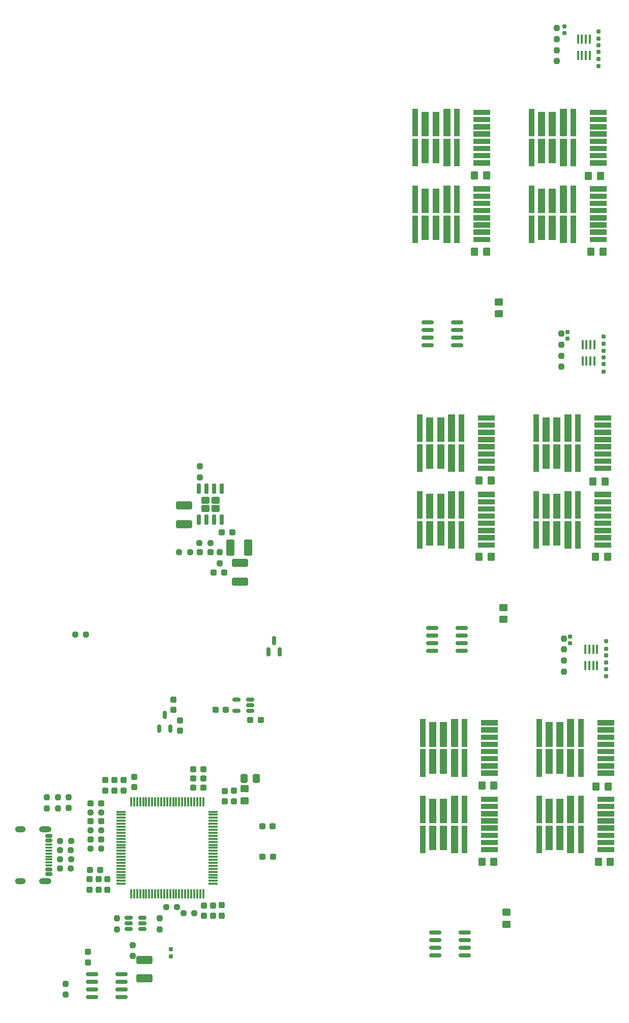
<source format=gbr>
%TF.GenerationSoftware,KiCad,Pcbnew,9.0.7*%
%TF.CreationDate,2026-01-12T17:17:52+03:00*%
%TF.ProjectId,Motor_Driver_Shell_Eco,4d6f746f-725f-4447-9269-7665725f5368,rev?*%
%TF.SameCoordinates,Original*%
%TF.FileFunction,Paste,Top*%
%TF.FilePolarity,Positive*%
%FSLAX46Y46*%
G04 Gerber Fmt 4.6, Leading zero omitted, Abs format (unit mm)*
G04 Created by KiCad (PCBNEW 9.0.7) date 2026-01-12 17:17:52*
%MOMM*%
%LPD*%
G01*
G04 APERTURE LIST*
G04 Aperture macros list*
%AMRoundRect*
0 Rectangle with rounded corners*
0 $1 Rounding radius*
0 $2 $3 $4 $5 $6 $7 $8 $9 X,Y pos of 4 corners*
0 Add a 4 corners polygon primitive as box body*
4,1,4,$2,$3,$4,$5,$6,$7,$8,$9,$2,$3,0*
0 Add four circle primitives for the rounded corners*
1,1,$1+$1,$2,$3*
1,1,$1+$1,$4,$5*
1,1,$1+$1,$6,$7*
1,1,$1+$1,$8,$9*
0 Add four rect primitives between the rounded corners*
20,1,$1+$1,$2,$3,$4,$5,0*
20,1,$1+$1,$4,$5,$6,$7,0*
20,1,$1+$1,$6,$7,$8,$9,0*
20,1,$1+$1,$8,$9,$2,$3,0*%
G04 Aperture macros list end*
%ADD10C,0.010000*%
%ADD11RoundRect,0.250000X1.100000X-0.412500X1.100000X0.412500X-1.100000X0.412500X-1.100000X-0.412500X0*%
%ADD12RoundRect,0.237500X-0.250000X-0.237500X0.250000X-0.237500X0.250000X0.237500X-0.250000X0.237500X0*%
%ADD13RoundRect,0.237500X0.300000X0.237500X-0.300000X0.237500X-0.300000X-0.237500X0.300000X-0.237500X0*%
%ADD14RoundRect,0.237500X-0.237500X0.300000X-0.237500X-0.300000X0.237500X-0.300000X0.237500X0.300000X0*%
%ADD15RoundRect,0.237500X-0.300000X-0.237500X0.300000X-0.237500X0.300000X0.237500X-0.300000X0.237500X0*%
%ADD16RoundRect,0.237500X0.237500X-0.250000X0.237500X0.250000X-0.237500X0.250000X-0.237500X-0.250000X0*%
%ADD17RoundRect,0.237500X0.237500X-0.300000X0.237500X0.300000X-0.237500X0.300000X-0.237500X-0.300000X0*%
%ADD18RoundRect,0.237500X0.250000X0.237500X-0.250000X0.237500X-0.250000X-0.237500X0.250000X-0.237500X0*%
%ADD19RoundRect,0.250000X-0.350000X-0.450000X0.350000X-0.450000X0.350000X0.450000X-0.350000X0.450000X0*%
%ADD20RoundRect,0.155000X0.155000X-0.212500X0.155000X0.212500X-0.155000X0.212500X-0.155000X-0.212500X0*%
%ADD21RoundRect,0.237500X-0.237500X0.250000X-0.237500X-0.250000X0.237500X-0.250000X0.237500X0.250000X0*%
%ADD22RoundRect,0.250000X-0.337500X-0.475000X0.337500X-0.475000X0.337500X0.475000X-0.337500X0.475000X0*%
%ADD23RoundRect,0.075000X0.725000X0.075000X-0.725000X0.075000X-0.725000X-0.075000X0.725000X-0.075000X0*%
%ADD24RoundRect,0.075000X0.075000X0.725000X-0.075000X0.725000X-0.075000X-0.725000X0.075000X-0.725000X0*%
%ADD25RoundRect,0.160000X-0.160000X0.197500X-0.160000X-0.197500X0.160000X-0.197500X0.160000X0.197500X0*%
%ADD26RoundRect,0.150000X0.825000X0.150000X-0.825000X0.150000X-0.825000X-0.150000X0.825000X-0.150000X0*%
%ADD27RoundRect,0.100000X-0.100000X0.680000X-0.100000X-0.680000X0.100000X-0.680000X0.100000X0.680000X0*%
%ADD28RoundRect,0.250000X0.450000X-0.350000X0.450000X0.350000X-0.450000X0.350000X-0.450000X-0.350000X0*%
%ADD29RoundRect,0.150000X-0.512500X-0.150000X0.512500X-0.150000X0.512500X0.150000X-0.512500X0.150000X0*%
%ADD30RoundRect,0.150000X0.150000X-0.587500X0.150000X0.587500X-0.150000X0.587500X-0.150000X-0.587500X0*%
%ADD31RoundRect,0.150000X-0.825000X-0.150000X0.825000X-0.150000X0.825000X0.150000X-0.825000X0.150000X0*%
%ADD32RoundRect,0.160000X0.160000X-0.197500X0.160000X0.197500X-0.160000X0.197500X-0.160000X-0.197500X0*%
%ADD33RoundRect,0.150000X0.150000X-0.512500X0.150000X0.512500X-0.150000X0.512500X-0.150000X-0.512500X0*%
%ADD34RoundRect,0.250001X-0.462499X-1.074999X0.462499X-1.074999X0.462499X1.074999X-0.462499X1.074999X0*%
%ADD35RoundRect,0.250000X-0.460000X0.315000X-0.460000X-0.315000X0.460000X-0.315000X0.460000X0.315000X0*%
%ADD36RoundRect,0.150000X-0.150000X0.737500X-0.150000X-0.737500X0.150000X-0.737500X0.150000X0.737500X0*%
%ADD37RoundRect,0.150000X0.512500X0.150000X-0.512500X0.150000X-0.512500X-0.150000X0.512500X-0.150000X0*%
%ADD38RoundRect,0.150000X-0.425000X0.150000X-0.425000X-0.150000X0.425000X-0.150000X0.425000X0.150000X0*%
%ADD39RoundRect,0.075000X-0.500000X0.075000X-0.500000X-0.075000X0.500000X-0.075000X0.500000X0.075000X0*%
%ADD40O,2.100000X1.000000*%
%ADD41O,1.800000X1.000000*%
G04 APERTURE END LIST*
D10*
%TO.C,Q16*%
X180200000Y-154975000D02*
X179350000Y-154975000D01*
X179350000Y-150475000D01*
X180200000Y-150475000D01*
X180200000Y-154975000D01*
G36*
X180200000Y-154975000D02*
G01*
X179350000Y-154975000D01*
X179350000Y-150475000D01*
X180200000Y-150475000D01*
X180200000Y-154975000D01*
G37*
X180200000Y-159975000D02*
X179350000Y-159975000D01*
X179350000Y-155475000D01*
X180200000Y-155475000D01*
X180200000Y-159975000D01*
G36*
X180200000Y-159975000D02*
G01*
X179350000Y-159975000D01*
X179350000Y-155475000D01*
X180200000Y-155475000D01*
X180200000Y-159975000D01*
G37*
X182000000Y-154975000D02*
X180900000Y-154975000D01*
X180900000Y-150975000D01*
X182000000Y-150975000D01*
X182000000Y-154975000D01*
G36*
X182000000Y-154975000D02*
G01*
X180900000Y-154975000D01*
X180900000Y-150975000D01*
X182000000Y-150975000D01*
X182000000Y-154975000D01*
G37*
X182000000Y-159475000D02*
X180900000Y-159475000D01*
X180900000Y-155475000D01*
X182000000Y-155475000D01*
X182000000Y-159475000D01*
G36*
X182000000Y-159475000D02*
G01*
X180900000Y-159475000D01*
X180900000Y-155475000D01*
X182000000Y-155475000D01*
X182000000Y-159475000D01*
G37*
X183800000Y-154975000D02*
X182700000Y-154975000D01*
X182700000Y-150975000D01*
X183800000Y-150975000D01*
X183800000Y-154975000D01*
G36*
X183800000Y-154975000D02*
G01*
X182700000Y-154975000D01*
X182700000Y-150975000D01*
X183800000Y-150975000D01*
X183800000Y-154975000D01*
G37*
X183800000Y-159475000D02*
X182700000Y-159475000D01*
X182700000Y-155475000D01*
X183800000Y-155475000D01*
X183800000Y-159475000D01*
G36*
X183800000Y-159475000D02*
G01*
X182700000Y-159475000D01*
X182700000Y-155475000D01*
X183800000Y-155475000D01*
X183800000Y-159475000D01*
G37*
X185600000Y-154975000D02*
X184500000Y-154975000D01*
X184500000Y-150475000D01*
X185600000Y-150475000D01*
X185600000Y-154975000D01*
G36*
X185600000Y-154975000D02*
G01*
X184500000Y-154975000D01*
X184500000Y-150475000D01*
X185600000Y-150475000D01*
X185600000Y-154975000D01*
G37*
X185600000Y-159975000D02*
X184500000Y-159975000D01*
X184500000Y-155475000D01*
X185600000Y-155475000D01*
X185600000Y-159975000D01*
G36*
X185600000Y-159975000D02*
G01*
X184500000Y-159975000D01*
X184500000Y-155475000D01*
X185600000Y-155475000D01*
X185600000Y-159975000D01*
G37*
X187150000Y-154975000D02*
X186300000Y-154975000D01*
X186300000Y-150475000D01*
X187150000Y-150475000D01*
X187150000Y-154975000D01*
G36*
X187150000Y-154975000D02*
G01*
X186300000Y-154975000D01*
X186300000Y-150475000D01*
X187150000Y-150475000D01*
X187150000Y-154975000D01*
G37*
X187150000Y-159975000D02*
X186300000Y-159975000D01*
X186300000Y-155475000D01*
X187150000Y-155475000D01*
X187150000Y-159975000D01*
G36*
X187150000Y-159975000D02*
G01*
X186300000Y-159975000D01*
X186300000Y-155475000D01*
X187150000Y-155475000D01*
X187150000Y-159975000D01*
G37*
X192225000Y-151425000D02*
X189525000Y-151425000D01*
X189525000Y-150625000D01*
X192225000Y-150625000D01*
X192225000Y-151425000D01*
G36*
X192225000Y-151425000D02*
G01*
X189525000Y-151425000D01*
X189525000Y-150625000D01*
X192225000Y-150625000D01*
X192225000Y-151425000D01*
G37*
X192225000Y-152625000D02*
X189525000Y-152625000D01*
X189525000Y-151825000D01*
X192225000Y-151825000D01*
X192225000Y-152625000D01*
G36*
X192225000Y-152625000D02*
G01*
X189525000Y-152625000D01*
X189525000Y-151825000D01*
X192225000Y-151825000D01*
X192225000Y-152625000D01*
G37*
X192225000Y-153825000D02*
X189525000Y-153825000D01*
X189525000Y-153025000D01*
X192225000Y-153025000D01*
X192225000Y-153825000D01*
G36*
X192225000Y-153825000D02*
G01*
X189525000Y-153825000D01*
X189525000Y-153025000D01*
X192225000Y-153025000D01*
X192225000Y-153825000D01*
G37*
X192225000Y-155025000D02*
X189525000Y-155025000D01*
X189525000Y-154225000D01*
X192225000Y-154225000D01*
X192225000Y-155025000D01*
G36*
X192225000Y-155025000D02*
G01*
X189525000Y-155025000D01*
X189525000Y-154225000D01*
X192225000Y-154225000D01*
X192225000Y-155025000D01*
G37*
X192225000Y-156225000D02*
X189525000Y-156225000D01*
X189525000Y-155425000D01*
X192225000Y-155425000D01*
X192225000Y-156225000D01*
G36*
X192225000Y-156225000D02*
G01*
X189525000Y-156225000D01*
X189525000Y-155425000D01*
X192225000Y-155425000D01*
X192225000Y-156225000D01*
G37*
X192225000Y-157425000D02*
X189525000Y-157425000D01*
X189525000Y-156625000D01*
X192225000Y-156625000D01*
X192225000Y-157425000D01*
G36*
X192225000Y-157425000D02*
G01*
X189525000Y-157425000D01*
X189525000Y-156625000D01*
X192225000Y-156625000D01*
X192225000Y-157425000D01*
G37*
X192225000Y-158625000D02*
X189525000Y-158625000D01*
X189525000Y-157825000D01*
X192225000Y-157825000D01*
X192225000Y-158625000D01*
G36*
X192225000Y-158625000D02*
G01*
X189525000Y-158625000D01*
X189525000Y-157825000D01*
X192225000Y-157825000D01*
X192225000Y-158625000D01*
G37*
X192225000Y-159825000D02*
X189525000Y-159825000D01*
X189525000Y-159025000D01*
X192225000Y-159025000D01*
X192225000Y-159825000D01*
G36*
X192225000Y-159825000D02*
G01*
X189525000Y-159825000D01*
X189525000Y-159025000D01*
X192225000Y-159025000D01*
X192225000Y-159825000D01*
G37*
%TO.C,Q19*%
X178950000Y-53350000D02*
X178100000Y-53350000D01*
X178100000Y-48850000D01*
X178950000Y-48850000D01*
X178950000Y-53350000D01*
G36*
X178950000Y-53350000D02*
G01*
X178100000Y-53350000D01*
X178100000Y-48850000D01*
X178950000Y-48850000D01*
X178950000Y-53350000D01*
G37*
X178950000Y-58350000D02*
X178100000Y-58350000D01*
X178100000Y-53850000D01*
X178950000Y-53850000D01*
X178950000Y-58350000D01*
G36*
X178950000Y-58350000D02*
G01*
X178100000Y-58350000D01*
X178100000Y-53850000D01*
X178950000Y-53850000D01*
X178950000Y-58350000D01*
G37*
X180750000Y-53350000D02*
X179650000Y-53350000D01*
X179650000Y-49350000D01*
X180750000Y-49350000D01*
X180750000Y-53350000D01*
G36*
X180750000Y-53350000D02*
G01*
X179650000Y-53350000D01*
X179650000Y-49350000D01*
X180750000Y-49350000D01*
X180750000Y-53350000D01*
G37*
X180750000Y-57850000D02*
X179650000Y-57850000D01*
X179650000Y-53850000D01*
X180750000Y-53850000D01*
X180750000Y-57850000D01*
G36*
X180750000Y-57850000D02*
G01*
X179650000Y-57850000D01*
X179650000Y-53850000D01*
X180750000Y-53850000D01*
X180750000Y-57850000D01*
G37*
X182550000Y-53350000D02*
X181450000Y-53350000D01*
X181450000Y-49350000D01*
X182550000Y-49350000D01*
X182550000Y-53350000D01*
G36*
X182550000Y-53350000D02*
G01*
X181450000Y-53350000D01*
X181450000Y-49350000D01*
X182550000Y-49350000D01*
X182550000Y-53350000D01*
G37*
X182550000Y-57850000D02*
X181450000Y-57850000D01*
X181450000Y-53850000D01*
X182550000Y-53850000D01*
X182550000Y-57850000D01*
G36*
X182550000Y-57850000D02*
G01*
X181450000Y-57850000D01*
X181450000Y-53850000D01*
X182550000Y-53850000D01*
X182550000Y-57850000D01*
G37*
X184350000Y-53350000D02*
X183250000Y-53350000D01*
X183250000Y-48850000D01*
X184350000Y-48850000D01*
X184350000Y-53350000D01*
G36*
X184350000Y-53350000D02*
G01*
X183250000Y-53350000D01*
X183250000Y-48850000D01*
X184350000Y-48850000D01*
X184350000Y-53350000D01*
G37*
X184350000Y-58350000D02*
X183250000Y-58350000D01*
X183250000Y-53850000D01*
X184350000Y-53850000D01*
X184350000Y-58350000D01*
G36*
X184350000Y-58350000D02*
G01*
X183250000Y-58350000D01*
X183250000Y-53850000D01*
X184350000Y-53850000D01*
X184350000Y-58350000D01*
G37*
X185900000Y-53350000D02*
X185050000Y-53350000D01*
X185050000Y-48850000D01*
X185900000Y-48850000D01*
X185900000Y-53350000D01*
G36*
X185900000Y-53350000D02*
G01*
X185050000Y-53350000D01*
X185050000Y-48850000D01*
X185900000Y-48850000D01*
X185900000Y-53350000D01*
G37*
X185900000Y-58350000D02*
X185050000Y-58350000D01*
X185050000Y-53850000D01*
X185900000Y-53850000D01*
X185900000Y-58350000D01*
G36*
X185900000Y-58350000D02*
G01*
X185050000Y-58350000D01*
X185050000Y-53850000D01*
X185900000Y-53850000D01*
X185900000Y-58350000D01*
G37*
X190975000Y-49800000D02*
X188275000Y-49800000D01*
X188275000Y-49000000D01*
X190975000Y-49000000D01*
X190975000Y-49800000D01*
G36*
X190975000Y-49800000D02*
G01*
X188275000Y-49800000D01*
X188275000Y-49000000D01*
X190975000Y-49000000D01*
X190975000Y-49800000D01*
G37*
X190975000Y-51000000D02*
X188275000Y-51000000D01*
X188275000Y-50200000D01*
X190975000Y-50200000D01*
X190975000Y-51000000D01*
G36*
X190975000Y-51000000D02*
G01*
X188275000Y-51000000D01*
X188275000Y-50200000D01*
X190975000Y-50200000D01*
X190975000Y-51000000D01*
G37*
X190975000Y-52200000D02*
X188275000Y-52200000D01*
X188275000Y-51400000D01*
X190975000Y-51400000D01*
X190975000Y-52200000D01*
G36*
X190975000Y-52200000D02*
G01*
X188275000Y-52200000D01*
X188275000Y-51400000D01*
X190975000Y-51400000D01*
X190975000Y-52200000D01*
G37*
X190975000Y-53400000D02*
X188275000Y-53400000D01*
X188275000Y-52600000D01*
X190975000Y-52600000D01*
X190975000Y-53400000D01*
G36*
X190975000Y-53400000D02*
G01*
X188275000Y-53400000D01*
X188275000Y-52600000D01*
X190975000Y-52600000D01*
X190975000Y-53400000D01*
G37*
X190975000Y-54600000D02*
X188275000Y-54600000D01*
X188275000Y-53800000D01*
X190975000Y-53800000D01*
X190975000Y-54600000D01*
G36*
X190975000Y-54600000D02*
G01*
X188275000Y-54600000D01*
X188275000Y-53800000D01*
X190975000Y-53800000D01*
X190975000Y-54600000D01*
G37*
X190975000Y-55800000D02*
X188275000Y-55800000D01*
X188275000Y-55000000D01*
X190975000Y-55000000D01*
X190975000Y-55800000D01*
G36*
X190975000Y-55800000D02*
G01*
X188275000Y-55800000D01*
X188275000Y-55000000D01*
X190975000Y-55000000D01*
X190975000Y-55800000D01*
G37*
X190975000Y-57000000D02*
X188275000Y-57000000D01*
X188275000Y-56200000D01*
X190975000Y-56200000D01*
X190975000Y-57000000D01*
G36*
X190975000Y-57000000D02*
G01*
X188275000Y-57000000D01*
X188275000Y-56200000D01*
X190975000Y-56200000D01*
X190975000Y-57000000D01*
G37*
X190975000Y-58200000D02*
X188275000Y-58200000D01*
X188275000Y-57400000D01*
X190975000Y-57400000D01*
X190975000Y-58200000D01*
G36*
X190975000Y-58200000D02*
G01*
X188275000Y-58200000D01*
X188275000Y-57400000D01*
X190975000Y-57400000D01*
X190975000Y-58200000D01*
G37*
%TO.C,Q18*%
X159575000Y-40600000D02*
X158725000Y-40600000D01*
X158725000Y-36100000D01*
X159575000Y-36100000D01*
X159575000Y-40600000D01*
G36*
X159575000Y-40600000D02*
G01*
X158725000Y-40600000D01*
X158725000Y-36100000D01*
X159575000Y-36100000D01*
X159575000Y-40600000D01*
G37*
X159575000Y-45600000D02*
X158725000Y-45600000D01*
X158725000Y-41100000D01*
X159575000Y-41100000D01*
X159575000Y-45600000D01*
G36*
X159575000Y-45600000D02*
G01*
X158725000Y-45600000D01*
X158725000Y-41100000D01*
X159575000Y-41100000D01*
X159575000Y-45600000D01*
G37*
X161375000Y-40600000D02*
X160275000Y-40600000D01*
X160275000Y-36600000D01*
X161375000Y-36600000D01*
X161375000Y-40600000D01*
G36*
X161375000Y-40600000D02*
G01*
X160275000Y-40600000D01*
X160275000Y-36600000D01*
X161375000Y-36600000D01*
X161375000Y-40600000D01*
G37*
X161375000Y-45100000D02*
X160275000Y-45100000D01*
X160275000Y-41100000D01*
X161375000Y-41100000D01*
X161375000Y-45100000D01*
G36*
X161375000Y-45100000D02*
G01*
X160275000Y-45100000D01*
X160275000Y-41100000D01*
X161375000Y-41100000D01*
X161375000Y-45100000D01*
G37*
X163175000Y-40600000D02*
X162075000Y-40600000D01*
X162075000Y-36600000D01*
X163175000Y-36600000D01*
X163175000Y-40600000D01*
G36*
X163175000Y-40600000D02*
G01*
X162075000Y-40600000D01*
X162075000Y-36600000D01*
X163175000Y-36600000D01*
X163175000Y-40600000D01*
G37*
X163175000Y-45100000D02*
X162075000Y-45100000D01*
X162075000Y-41100000D01*
X163175000Y-41100000D01*
X163175000Y-45100000D01*
G36*
X163175000Y-45100000D02*
G01*
X162075000Y-45100000D01*
X162075000Y-41100000D01*
X163175000Y-41100000D01*
X163175000Y-45100000D01*
G37*
X164975000Y-40600000D02*
X163875000Y-40600000D01*
X163875000Y-36100000D01*
X164975000Y-36100000D01*
X164975000Y-40600000D01*
G36*
X164975000Y-40600000D02*
G01*
X163875000Y-40600000D01*
X163875000Y-36100000D01*
X164975000Y-36100000D01*
X164975000Y-40600000D01*
G37*
X164975000Y-45600000D02*
X163875000Y-45600000D01*
X163875000Y-41100000D01*
X164975000Y-41100000D01*
X164975000Y-45600000D01*
G36*
X164975000Y-45600000D02*
G01*
X163875000Y-45600000D01*
X163875000Y-41100000D01*
X164975000Y-41100000D01*
X164975000Y-45600000D01*
G37*
X166525000Y-40600000D02*
X165675000Y-40600000D01*
X165675000Y-36100000D01*
X166525000Y-36100000D01*
X166525000Y-40600000D01*
G36*
X166525000Y-40600000D02*
G01*
X165675000Y-40600000D01*
X165675000Y-36100000D01*
X166525000Y-36100000D01*
X166525000Y-40600000D01*
G37*
X166525000Y-45600000D02*
X165675000Y-45600000D01*
X165675000Y-41100000D01*
X166525000Y-41100000D01*
X166525000Y-45600000D01*
G36*
X166525000Y-45600000D02*
G01*
X165675000Y-45600000D01*
X165675000Y-41100000D01*
X166525000Y-41100000D01*
X166525000Y-45600000D01*
G37*
X171600000Y-37050000D02*
X168900000Y-37050000D01*
X168900000Y-36250000D01*
X171600000Y-36250000D01*
X171600000Y-37050000D01*
G36*
X171600000Y-37050000D02*
G01*
X168900000Y-37050000D01*
X168900000Y-36250000D01*
X171600000Y-36250000D01*
X171600000Y-37050000D01*
G37*
X171600000Y-38250000D02*
X168900000Y-38250000D01*
X168900000Y-37450000D01*
X171600000Y-37450000D01*
X171600000Y-38250000D01*
G36*
X171600000Y-38250000D02*
G01*
X168900000Y-38250000D01*
X168900000Y-37450000D01*
X171600000Y-37450000D01*
X171600000Y-38250000D01*
G37*
X171600000Y-39450000D02*
X168900000Y-39450000D01*
X168900000Y-38650000D01*
X171600000Y-38650000D01*
X171600000Y-39450000D01*
G36*
X171600000Y-39450000D02*
G01*
X168900000Y-39450000D01*
X168900000Y-38650000D01*
X171600000Y-38650000D01*
X171600000Y-39450000D01*
G37*
X171600000Y-40650000D02*
X168900000Y-40650000D01*
X168900000Y-39850000D01*
X171600000Y-39850000D01*
X171600000Y-40650000D01*
G36*
X171600000Y-40650000D02*
G01*
X168900000Y-40650000D01*
X168900000Y-39850000D01*
X171600000Y-39850000D01*
X171600000Y-40650000D01*
G37*
X171600000Y-41850000D02*
X168900000Y-41850000D01*
X168900000Y-41050000D01*
X171600000Y-41050000D01*
X171600000Y-41850000D01*
G36*
X171600000Y-41850000D02*
G01*
X168900000Y-41850000D01*
X168900000Y-41050000D01*
X171600000Y-41050000D01*
X171600000Y-41850000D01*
G37*
X171600000Y-43050000D02*
X168900000Y-43050000D01*
X168900000Y-42250000D01*
X171600000Y-42250000D01*
X171600000Y-43050000D01*
G36*
X171600000Y-43050000D02*
G01*
X168900000Y-43050000D01*
X168900000Y-42250000D01*
X171600000Y-42250000D01*
X171600000Y-43050000D01*
G37*
X171600000Y-44250000D02*
X168900000Y-44250000D01*
X168900000Y-43450000D01*
X171600000Y-43450000D01*
X171600000Y-44250000D01*
G36*
X171600000Y-44250000D02*
G01*
X168900000Y-44250000D01*
X168900000Y-43450000D01*
X171600000Y-43450000D01*
X171600000Y-44250000D01*
G37*
X171600000Y-45450000D02*
X168900000Y-45450000D01*
X168900000Y-44650000D01*
X171600000Y-44650000D01*
X171600000Y-45450000D01*
G36*
X171600000Y-45450000D02*
G01*
X168900000Y-45450000D01*
X168900000Y-44650000D01*
X171600000Y-44650000D01*
X171600000Y-45450000D01*
G37*
%TO.C,Q7*%
X179725000Y-91475000D02*
X178875000Y-91475000D01*
X178875000Y-86975000D01*
X179725000Y-86975000D01*
X179725000Y-91475000D01*
G36*
X179725000Y-91475000D02*
G01*
X178875000Y-91475000D01*
X178875000Y-86975000D01*
X179725000Y-86975000D01*
X179725000Y-91475000D01*
G37*
X179725000Y-96475000D02*
X178875000Y-96475000D01*
X178875000Y-91975000D01*
X179725000Y-91975000D01*
X179725000Y-96475000D01*
G36*
X179725000Y-96475000D02*
G01*
X178875000Y-96475000D01*
X178875000Y-91975000D01*
X179725000Y-91975000D01*
X179725000Y-96475000D01*
G37*
X181525000Y-91475000D02*
X180425000Y-91475000D01*
X180425000Y-87475000D01*
X181525000Y-87475000D01*
X181525000Y-91475000D01*
G36*
X181525000Y-91475000D02*
G01*
X180425000Y-91475000D01*
X180425000Y-87475000D01*
X181525000Y-87475000D01*
X181525000Y-91475000D01*
G37*
X181525000Y-95975000D02*
X180425000Y-95975000D01*
X180425000Y-91975000D01*
X181525000Y-91975000D01*
X181525000Y-95975000D01*
G36*
X181525000Y-95975000D02*
G01*
X180425000Y-95975000D01*
X180425000Y-91975000D01*
X181525000Y-91975000D01*
X181525000Y-95975000D01*
G37*
X183325000Y-91475000D02*
X182225000Y-91475000D01*
X182225000Y-87475000D01*
X183325000Y-87475000D01*
X183325000Y-91475000D01*
G36*
X183325000Y-91475000D02*
G01*
X182225000Y-91475000D01*
X182225000Y-87475000D01*
X183325000Y-87475000D01*
X183325000Y-91475000D01*
G37*
X183325000Y-95975000D02*
X182225000Y-95975000D01*
X182225000Y-91975000D01*
X183325000Y-91975000D01*
X183325000Y-95975000D01*
G36*
X183325000Y-95975000D02*
G01*
X182225000Y-95975000D01*
X182225000Y-91975000D01*
X183325000Y-91975000D01*
X183325000Y-95975000D01*
G37*
X185125000Y-91475000D02*
X184025000Y-91475000D01*
X184025000Y-86975000D01*
X185125000Y-86975000D01*
X185125000Y-91475000D01*
G36*
X185125000Y-91475000D02*
G01*
X184025000Y-91475000D01*
X184025000Y-86975000D01*
X185125000Y-86975000D01*
X185125000Y-91475000D01*
G37*
X185125000Y-96475000D02*
X184025000Y-96475000D01*
X184025000Y-91975000D01*
X185125000Y-91975000D01*
X185125000Y-96475000D01*
G36*
X185125000Y-96475000D02*
G01*
X184025000Y-96475000D01*
X184025000Y-91975000D01*
X185125000Y-91975000D01*
X185125000Y-96475000D01*
G37*
X186675000Y-91475000D02*
X185825000Y-91475000D01*
X185825000Y-86975000D01*
X186675000Y-86975000D01*
X186675000Y-91475000D01*
G36*
X186675000Y-91475000D02*
G01*
X185825000Y-91475000D01*
X185825000Y-86975000D01*
X186675000Y-86975000D01*
X186675000Y-91475000D01*
G37*
X186675000Y-96475000D02*
X185825000Y-96475000D01*
X185825000Y-91975000D01*
X186675000Y-91975000D01*
X186675000Y-96475000D01*
G36*
X186675000Y-96475000D02*
G01*
X185825000Y-96475000D01*
X185825000Y-91975000D01*
X186675000Y-91975000D01*
X186675000Y-96475000D01*
G37*
X191750000Y-87925000D02*
X189050000Y-87925000D01*
X189050000Y-87125000D01*
X191750000Y-87125000D01*
X191750000Y-87925000D01*
G36*
X191750000Y-87925000D02*
G01*
X189050000Y-87925000D01*
X189050000Y-87125000D01*
X191750000Y-87125000D01*
X191750000Y-87925000D01*
G37*
X191750000Y-89125000D02*
X189050000Y-89125000D01*
X189050000Y-88325000D01*
X191750000Y-88325000D01*
X191750000Y-89125000D01*
G36*
X191750000Y-89125000D02*
G01*
X189050000Y-89125000D01*
X189050000Y-88325000D01*
X191750000Y-88325000D01*
X191750000Y-89125000D01*
G37*
X191750000Y-90325000D02*
X189050000Y-90325000D01*
X189050000Y-89525000D01*
X191750000Y-89525000D01*
X191750000Y-90325000D01*
G36*
X191750000Y-90325000D02*
G01*
X189050000Y-90325000D01*
X189050000Y-89525000D01*
X191750000Y-89525000D01*
X191750000Y-90325000D01*
G37*
X191750000Y-91525000D02*
X189050000Y-91525000D01*
X189050000Y-90725000D01*
X191750000Y-90725000D01*
X191750000Y-91525000D01*
G36*
X191750000Y-91525000D02*
G01*
X189050000Y-91525000D01*
X189050000Y-90725000D01*
X191750000Y-90725000D01*
X191750000Y-91525000D01*
G37*
X191750000Y-92725000D02*
X189050000Y-92725000D01*
X189050000Y-91925000D01*
X191750000Y-91925000D01*
X191750000Y-92725000D01*
G36*
X191750000Y-92725000D02*
G01*
X189050000Y-92725000D01*
X189050000Y-91925000D01*
X191750000Y-91925000D01*
X191750000Y-92725000D01*
G37*
X191750000Y-93925000D02*
X189050000Y-93925000D01*
X189050000Y-93125000D01*
X191750000Y-93125000D01*
X191750000Y-93925000D01*
G36*
X191750000Y-93925000D02*
G01*
X189050000Y-93925000D01*
X189050000Y-93125000D01*
X191750000Y-93125000D01*
X191750000Y-93925000D01*
G37*
X191750000Y-95125000D02*
X189050000Y-95125000D01*
X189050000Y-94325000D01*
X191750000Y-94325000D01*
X191750000Y-95125000D01*
G36*
X191750000Y-95125000D02*
G01*
X189050000Y-95125000D01*
X189050000Y-94325000D01*
X191750000Y-94325000D01*
X191750000Y-95125000D01*
G37*
X191750000Y-96325000D02*
X189050000Y-96325000D01*
X189050000Y-95525000D01*
X191750000Y-95525000D01*
X191750000Y-96325000D01*
G36*
X191750000Y-96325000D02*
G01*
X189050000Y-96325000D01*
X189050000Y-95525000D01*
X191750000Y-95525000D01*
X191750000Y-96325000D01*
G37*
%TO.C,Q20*%
X159575000Y-53350000D02*
X158725000Y-53350000D01*
X158725000Y-48850000D01*
X159575000Y-48850000D01*
X159575000Y-53350000D01*
G36*
X159575000Y-53350000D02*
G01*
X158725000Y-53350000D01*
X158725000Y-48850000D01*
X159575000Y-48850000D01*
X159575000Y-53350000D01*
G37*
X159575000Y-58350000D02*
X158725000Y-58350000D01*
X158725000Y-53850000D01*
X159575000Y-53850000D01*
X159575000Y-58350000D01*
G36*
X159575000Y-58350000D02*
G01*
X158725000Y-58350000D01*
X158725000Y-53850000D01*
X159575000Y-53850000D01*
X159575000Y-58350000D01*
G37*
X161375000Y-53350000D02*
X160275000Y-53350000D01*
X160275000Y-49350000D01*
X161375000Y-49350000D01*
X161375000Y-53350000D01*
G36*
X161375000Y-53350000D02*
G01*
X160275000Y-53350000D01*
X160275000Y-49350000D01*
X161375000Y-49350000D01*
X161375000Y-53350000D01*
G37*
X161375000Y-57850000D02*
X160275000Y-57850000D01*
X160275000Y-53850000D01*
X161375000Y-53850000D01*
X161375000Y-57850000D01*
G36*
X161375000Y-57850000D02*
G01*
X160275000Y-57850000D01*
X160275000Y-53850000D01*
X161375000Y-53850000D01*
X161375000Y-57850000D01*
G37*
X163175000Y-53350000D02*
X162075000Y-53350000D01*
X162075000Y-49350000D01*
X163175000Y-49350000D01*
X163175000Y-53350000D01*
G36*
X163175000Y-53350000D02*
G01*
X162075000Y-53350000D01*
X162075000Y-49350000D01*
X163175000Y-49350000D01*
X163175000Y-53350000D01*
G37*
X163175000Y-57850000D02*
X162075000Y-57850000D01*
X162075000Y-53850000D01*
X163175000Y-53850000D01*
X163175000Y-57850000D01*
G36*
X163175000Y-57850000D02*
G01*
X162075000Y-57850000D01*
X162075000Y-53850000D01*
X163175000Y-53850000D01*
X163175000Y-57850000D01*
G37*
X164975000Y-53350000D02*
X163875000Y-53350000D01*
X163875000Y-48850000D01*
X164975000Y-48850000D01*
X164975000Y-53350000D01*
G36*
X164975000Y-53350000D02*
G01*
X163875000Y-53350000D01*
X163875000Y-48850000D01*
X164975000Y-48850000D01*
X164975000Y-53350000D01*
G37*
X164975000Y-58350000D02*
X163875000Y-58350000D01*
X163875000Y-53850000D01*
X164975000Y-53850000D01*
X164975000Y-58350000D01*
G36*
X164975000Y-58350000D02*
G01*
X163875000Y-58350000D01*
X163875000Y-53850000D01*
X164975000Y-53850000D01*
X164975000Y-58350000D01*
G37*
X166525000Y-53350000D02*
X165675000Y-53350000D01*
X165675000Y-48850000D01*
X166525000Y-48850000D01*
X166525000Y-53350000D01*
G36*
X166525000Y-53350000D02*
G01*
X165675000Y-53350000D01*
X165675000Y-48850000D01*
X166525000Y-48850000D01*
X166525000Y-53350000D01*
G37*
X166525000Y-58350000D02*
X165675000Y-58350000D01*
X165675000Y-53850000D01*
X166525000Y-53850000D01*
X166525000Y-58350000D01*
G36*
X166525000Y-58350000D02*
G01*
X165675000Y-58350000D01*
X165675000Y-53850000D01*
X166525000Y-53850000D01*
X166525000Y-58350000D01*
G37*
X171600000Y-49800000D02*
X168900000Y-49800000D01*
X168900000Y-49000000D01*
X171600000Y-49000000D01*
X171600000Y-49800000D01*
G36*
X171600000Y-49800000D02*
G01*
X168900000Y-49800000D01*
X168900000Y-49000000D01*
X171600000Y-49000000D01*
X171600000Y-49800000D01*
G37*
X171600000Y-51000000D02*
X168900000Y-51000000D01*
X168900000Y-50200000D01*
X171600000Y-50200000D01*
X171600000Y-51000000D01*
G36*
X171600000Y-51000000D02*
G01*
X168900000Y-51000000D01*
X168900000Y-50200000D01*
X171600000Y-50200000D01*
X171600000Y-51000000D01*
G37*
X171600000Y-52200000D02*
X168900000Y-52200000D01*
X168900000Y-51400000D01*
X171600000Y-51400000D01*
X171600000Y-52200000D01*
G36*
X171600000Y-52200000D02*
G01*
X168900000Y-52200000D01*
X168900000Y-51400000D01*
X171600000Y-51400000D01*
X171600000Y-52200000D01*
G37*
X171600000Y-53400000D02*
X168900000Y-53400000D01*
X168900000Y-52600000D01*
X171600000Y-52600000D01*
X171600000Y-53400000D01*
G36*
X171600000Y-53400000D02*
G01*
X168900000Y-53400000D01*
X168900000Y-52600000D01*
X171600000Y-52600000D01*
X171600000Y-53400000D01*
G37*
X171600000Y-54600000D02*
X168900000Y-54600000D01*
X168900000Y-53800000D01*
X171600000Y-53800000D01*
X171600000Y-54600000D01*
G36*
X171600000Y-54600000D02*
G01*
X168900000Y-54600000D01*
X168900000Y-53800000D01*
X171600000Y-53800000D01*
X171600000Y-54600000D01*
G37*
X171600000Y-55800000D02*
X168900000Y-55800000D01*
X168900000Y-55000000D01*
X171600000Y-55000000D01*
X171600000Y-55800000D01*
G36*
X171600000Y-55800000D02*
G01*
X168900000Y-55800000D01*
X168900000Y-55000000D01*
X171600000Y-55000000D01*
X171600000Y-55800000D01*
G37*
X171600000Y-57000000D02*
X168900000Y-57000000D01*
X168900000Y-56200000D01*
X171600000Y-56200000D01*
X171600000Y-57000000D01*
G36*
X171600000Y-57000000D02*
G01*
X168900000Y-57000000D01*
X168900000Y-56200000D01*
X171600000Y-56200000D01*
X171600000Y-57000000D01*
G37*
X171600000Y-58200000D02*
X168900000Y-58200000D01*
X168900000Y-57400000D01*
X171600000Y-57400000D01*
X171600000Y-58200000D01*
G36*
X171600000Y-58200000D02*
G01*
X168900000Y-58200000D01*
X168900000Y-57400000D01*
X171600000Y-57400000D01*
X171600000Y-58200000D01*
G37*
%TO.C,Q6*%
X160350000Y-104225000D02*
X159500000Y-104225000D01*
X159500000Y-99725000D01*
X160350000Y-99725000D01*
X160350000Y-104225000D01*
G36*
X160350000Y-104225000D02*
G01*
X159500000Y-104225000D01*
X159500000Y-99725000D01*
X160350000Y-99725000D01*
X160350000Y-104225000D01*
G37*
X160350000Y-109225000D02*
X159500000Y-109225000D01*
X159500000Y-104725000D01*
X160350000Y-104725000D01*
X160350000Y-109225000D01*
G36*
X160350000Y-109225000D02*
G01*
X159500000Y-109225000D01*
X159500000Y-104725000D01*
X160350000Y-104725000D01*
X160350000Y-109225000D01*
G37*
X162150000Y-104225000D02*
X161050000Y-104225000D01*
X161050000Y-100225000D01*
X162150000Y-100225000D01*
X162150000Y-104225000D01*
G36*
X162150000Y-104225000D02*
G01*
X161050000Y-104225000D01*
X161050000Y-100225000D01*
X162150000Y-100225000D01*
X162150000Y-104225000D01*
G37*
X162150000Y-108725000D02*
X161050000Y-108725000D01*
X161050000Y-104725000D01*
X162150000Y-104725000D01*
X162150000Y-108725000D01*
G36*
X162150000Y-108725000D02*
G01*
X161050000Y-108725000D01*
X161050000Y-104725000D01*
X162150000Y-104725000D01*
X162150000Y-108725000D01*
G37*
X163950000Y-104225000D02*
X162850000Y-104225000D01*
X162850000Y-100225000D01*
X163950000Y-100225000D01*
X163950000Y-104225000D01*
G36*
X163950000Y-104225000D02*
G01*
X162850000Y-104225000D01*
X162850000Y-100225000D01*
X163950000Y-100225000D01*
X163950000Y-104225000D01*
G37*
X163950000Y-108725000D02*
X162850000Y-108725000D01*
X162850000Y-104725000D01*
X163950000Y-104725000D01*
X163950000Y-108725000D01*
G36*
X163950000Y-108725000D02*
G01*
X162850000Y-108725000D01*
X162850000Y-104725000D01*
X163950000Y-104725000D01*
X163950000Y-108725000D01*
G37*
X165750000Y-104225000D02*
X164650000Y-104225000D01*
X164650000Y-99725000D01*
X165750000Y-99725000D01*
X165750000Y-104225000D01*
G36*
X165750000Y-104225000D02*
G01*
X164650000Y-104225000D01*
X164650000Y-99725000D01*
X165750000Y-99725000D01*
X165750000Y-104225000D01*
G37*
X165750000Y-109225000D02*
X164650000Y-109225000D01*
X164650000Y-104725000D01*
X165750000Y-104725000D01*
X165750000Y-109225000D01*
G36*
X165750000Y-109225000D02*
G01*
X164650000Y-109225000D01*
X164650000Y-104725000D01*
X165750000Y-104725000D01*
X165750000Y-109225000D01*
G37*
X167300000Y-104225000D02*
X166450000Y-104225000D01*
X166450000Y-99725000D01*
X167300000Y-99725000D01*
X167300000Y-104225000D01*
G36*
X167300000Y-104225000D02*
G01*
X166450000Y-104225000D01*
X166450000Y-99725000D01*
X167300000Y-99725000D01*
X167300000Y-104225000D01*
G37*
X167300000Y-109225000D02*
X166450000Y-109225000D01*
X166450000Y-104725000D01*
X167300000Y-104725000D01*
X167300000Y-109225000D01*
G36*
X167300000Y-109225000D02*
G01*
X166450000Y-109225000D01*
X166450000Y-104725000D01*
X167300000Y-104725000D01*
X167300000Y-109225000D01*
G37*
X172375000Y-100675000D02*
X169675000Y-100675000D01*
X169675000Y-99875000D01*
X172375000Y-99875000D01*
X172375000Y-100675000D01*
G36*
X172375000Y-100675000D02*
G01*
X169675000Y-100675000D01*
X169675000Y-99875000D01*
X172375000Y-99875000D01*
X172375000Y-100675000D01*
G37*
X172375000Y-101875000D02*
X169675000Y-101875000D01*
X169675000Y-101075000D01*
X172375000Y-101075000D01*
X172375000Y-101875000D01*
G36*
X172375000Y-101875000D02*
G01*
X169675000Y-101875000D01*
X169675000Y-101075000D01*
X172375000Y-101075000D01*
X172375000Y-101875000D01*
G37*
X172375000Y-103075000D02*
X169675000Y-103075000D01*
X169675000Y-102275000D01*
X172375000Y-102275000D01*
X172375000Y-103075000D01*
G36*
X172375000Y-103075000D02*
G01*
X169675000Y-103075000D01*
X169675000Y-102275000D01*
X172375000Y-102275000D01*
X172375000Y-103075000D01*
G37*
X172375000Y-104275000D02*
X169675000Y-104275000D01*
X169675000Y-103475000D01*
X172375000Y-103475000D01*
X172375000Y-104275000D01*
G36*
X172375000Y-104275000D02*
G01*
X169675000Y-104275000D01*
X169675000Y-103475000D01*
X172375000Y-103475000D01*
X172375000Y-104275000D01*
G37*
X172375000Y-105475000D02*
X169675000Y-105475000D01*
X169675000Y-104675000D01*
X172375000Y-104675000D01*
X172375000Y-105475000D01*
G36*
X172375000Y-105475000D02*
G01*
X169675000Y-105475000D01*
X169675000Y-104675000D01*
X172375000Y-104675000D01*
X172375000Y-105475000D01*
G37*
X172375000Y-106675000D02*
X169675000Y-106675000D01*
X169675000Y-105875000D01*
X172375000Y-105875000D01*
X172375000Y-106675000D01*
G36*
X172375000Y-106675000D02*
G01*
X169675000Y-106675000D01*
X169675000Y-105875000D01*
X172375000Y-105875000D01*
X172375000Y-106675000D01*
G37*
X172375000Y-107875000D02*
X169675000Y-107875000D01*
X169675000Y-107075000D01*
X172375000Y-107075000D01*
X172375000Y-107875000D01*
G36*
X172375000Y-107875000D02*
G01*
X169675000Y-107875000D01*
X169675000Y-107075000D01*
X172375000Y-107075000D01*
X172375000Y-107875000D01*
G37*
X172375000Y-109075000D02*
X169675000Y-109075000D01*
X169675000Y-108275000D01*
X172375000Y-108275000D01*
X172375000Y-109075000D01*
G36*
X172375000Y-109075000D02*
G01*
X169675000Y-109075000D01*
X169675000Y-108275000D01*
X172375000Y-108275000D01*
X172375000Y-109075000D01*
G37*
%TO.C,Q21*%
X178950000Y-40600000D02*
X178100000Y-40600000D01*
X178100000Y-36100000D01*
X178950000Y-36100000D01*
X178950000Y-40600000D01*
G36*
X178950000Y-40600000D02*
G01*
X178100000Y-40600000D01*
X178100000Y-36100000D01*
X178950000Y-36100000D01*
X178950000Y-40600000D01*
G37*
X178950000Y-45600000D02*
X178100000Y-45600000D01*
X178100000Y-41100000D01*
X178950000Y-41100000D01*
X178950000Y-45600000D01*
G36*
X178950000Y-45600000D02*
G01*
X178100000Y-45600000D01*
X178100000Y-41100000D01*
X178950000Y-41100000D01*
X178950000Y-45600000D01*
G37*
X180750000Y-40600000D02*
X179650000Y-40600000D01*
X179650000Y-36600000D01*
X180750000Y-36600000D01*
X180750000Y-40600000D01*
G36*
X180750000Y-40600000D02*
G01*
X179650000Y-40600000D01*
X179650000Y-36600000D01*
X180750000Y-36600000D01*
X180750000Y-40600000D01*
G37*
X180750000Y-45100000D02*
X179650000Y-45100000D01*
X179650000Y-41100000D01*
X180750000Y-41100000D01*
X180750000Y-45100000D01*
G36*
X180750000Y-45100000D02*
G01*
X179650000Y-45100000D01*
X179650000Y-41100000D01*
X180750000Y-41100000D01*
X180750000Y-45100000D01*
G37*
X182550000Y-40600000D02*
X181450000Y-40600000D01*
X181450000Y-36600000D01*
X182550000Y-36600000D01*
X182550000Y-40600000D01*
G36*
X182550000Y-40600000D02*
G01*
X181450000Y-40600000D01*
X181450000Y-36600000D01*
X182550000Y-36600000D01*
X182550000Y-40600000D01*
G37*
X182550000Y-45100000D02*
X181450000Y-45100000D01*
X181450000Y-41100000D01*
X182550000Y-41100000D01*
X182550000Y-45100000D01*
G36*
X182550000Y-45100000D02*
G01*
X181450000Y-45100000D01*
X181450000Y-41100000D01*
X182550000Y-41100000D01*
X182550000Y-45100000D01*
G37*
X184350000Y-40600000D02*
X183250000Y-40600000D01*
X183250000Y-36100000D01*
X184350000Y-36100000D01*
X184350000Y-40600000D01*
G36*
X184350000Y-40600000D02*
G01*
X183250000Y-40600000D01*
X183250000Y-36100000D01*
X184350000Y-36100000D01*
X184350000Y-40600000D01*
G37*
X184350000Y-45600000D02*
X183250000Y-45600000D01*
X183250000Y-41100000D01*
X184350000Y-41100000D01*
X184350000Y-45600000D01*
G36*
X184350000Y-45600000D02*
G01*
X183250000Y-45600000D01*
X183250000Y-41100000D01*
X184350000Y-41100000D01*
X184350000Y-45600000D01*
G37*
X185900000Y-40600000D02*
X185050000Y-40600000D01*
X185050000Y-36100000D01*
X185900000Y-36100000D01*
X185900000Y-40600000D01*
G36*
X185900000Y-40600000D02*
G01*
X185050000Y-40600000D01*
X185050000Y-36100000D01*
X185900000Y-36100000D01*
X185900000Y-40600000D01*
G37*
X185900000Y-45600000D02*
X185050000Y-45600000D01*
X185050000Y-41100000D01*
X185900000Y-41100000D01*
X185900000Y-45600000D01*
G36*
X185900000Y-45600000D02*
G01*
X185050000Y-45600000D01*
X185050000Y-41100000D01*
X185900000Y-41100000D01*
X185900000Y-45600000D01*
G37*
X190975000Y-37050000D02*
X188275000Y-37050000D01*
X188275000Y-36250000D01*
X190975000Y-36250000D01*
X190975000Y-37050000D01*
G36*
X190975000Y-37050000D02*
G01*
X188275000Y-37050000D01*
X188275000Y-36250000D01*
X190975000Y-36250000D01*
X190975000Y-37050000D01*
G37*
X190975000Y-38250000D02*
X188275000Y-38250000D01*
X188275000Y-37450000D01*
X190975000Y-37450000D01*
X190975000Y-38250000D01*
G36*
X190975000Y-38250000D02*
G01*
X188275000Y-38250000D01*
X188275000Y-37450000D01*
X190975000Y-37450000D01*
X190975000Y-38250000D01*
G37*
X190975000Y-39450000D02*
X188275000Y-39450000D01*
X188275000Y-38650000D01*
X190975000Y-38650000D01*
X190975000Y-39450000D01*
G36*
X190975000Y-39450000D02*
G01*
X188275000Y-39450000D01*
X188275000Y-38650000D01*
X190975000Y-38650000D01*
X190975000Y-39450000D01*
G37*
X190975000Y-40650000D02*
X188275000Y-40650000D01*
X188275000Y-39850000D01*
X190975000Y-39850000D01*
X190975000Y-40650000D01*
G36*
X190975000Y-40650000D02*
G01*
X188275000Y-40650000D01*
X188275000Y-39850000D01*
X190975000Y-39850000D01*
X190975000Y-40650000D01*
G37*
X190975000Y-41850000D02*
X188275000Y-41850000D01*
X188275000Y-41050000D01*
X190975000Y-41050000D01*
X190975000Y-41850000D01*
G36*
X190975000Y-41850000D02*
G01*
X188275000Y-41850000D01*
X188275000Y-41050000D01*
X190975000Y-41050000D01*
X190975000Y-41850000D01*
G37*
X190975000Y-43050000D02*
X188275000Y-43050000D01*
X188275000Y-42250000D01*
X190975000Y-42250000D01*
X190975000Y-43050000D01*
G36*
X190975000Y-43050000D02*
G01*
X188275000Y-43050000D01*
X188275000Y-42250000D01*
X190975000Y-42250000D01*
X190975000Y-43050000D01*
G37*
X190975000Y-44250000D02*
X188275000Y-44250000D01*
X188275000Y-43450000D01*
X190975000Y-43450000D01*
X190975000Y-44250000D01*
G36*
X190975000Y-44250000D02*
G01*
X188275000Y-44250000D01*
X188275000Y-43450000D01*
X190975000Y-43450000D01*
X190975000Y-44250000D01*
G37*
X190975000Y-45450000D02*
X188275000Y-45450000D01*
X188275000Y-44650000D01*
X190975000Y-44650000D01*
X190975000Y-45450000D01*
G36*
X190975000Y-45450000D02*
G01*
X188275000Y-45450000D01*
X188275000Y-44650000D01*
X190975000Y-44650000D01*
X190975000Y-45450000D01*
G37*
%TO.C,Q9*%
X179725000Y-104225000D02*
X178875000Y-104225000D01*
X178875000Y-99725000D01*
X179725000Y-99725000D01*
X179725000Y-104225000D01*
G36*
X179725000Y-104225000D02*
G01*
X178875000Y-104225000D01*
X178875000Y-99725000D01*
X179725000Y-99725000D01*
X179725000Y-104225000D01*
G37*
X179725000Y-109225000D02*
X178875000Y-109225000D01*
X178875000Y-104725000D01*
X179725000Y-104725000D01*
X179725000Y-109225000D01*
G36*
X179725000Y-109225000D02*
G01*
X178875000Y-109225000D01*
X178875000Y-104725000D01*
X179725000Y-104725000D01*
X179725000Y-109225000D01*
G37*
X181525000Y-104225000D02*
X180425000Y-104225000D01*
X180425000Y-100225000D01*
X181525000Y-100225000D01*
X181525000Y-104225000D01*
G36*
X181525000Y-104225000D02*
G01*
X180425000Y-104225000D01*
X180425000Y-100225000D01*
X181525000Y-100225000D01*
X181525000Y-104225000D01*
G37*
X181525000Y-108725000D02*
X180425000Y-108725000D01*
X180425000Y-104725000D01*
X181525000Y-104725000D01*
X181525000Y-108725000D01*
G36*
X181525000Y-108725000D02*
G01*
X180425000Y-108725000D01*
X180425000Y-104725000D01*
X181525000Y-104725000D01*
X181525000Y-108725000D01*
G37*
X183325000Y-104225000D02*
X182225000Y-104225000D01*
X182225000Y-100225000D01*
X183325000Y-100225000D01*
X183325000Y-104225000D01*
G36*
X183325000Y-104225000D02*
G01*
X182225000Y-104225000D01*
X182225000Y-100225000D01*
X183325000Y-100225000D01*
X183325000Y-104225000D01*
G37*
X183325000Y-108725000D02*
X182225000Y-108725000D01*
X182225000Y-104725000D01*
X183325000Y-104725000D01*
X183325000Y-108725000D01*
G36*
X183325000Y-108725000D02*
G01*
X182225000Y-108725000D01*
X182225000Y-104725000D01*
X183325000Y-104725000D01*
X183325000Y-108725000D01*
G37*
X185125000Y-104225000D02*
X184025000Y-104225000D01*
X184025000Y-99725000D01*
X185125000Y-99725000D01*
X185125000Y-104225000D01*
G36*
X185125000Y-104225000D02*
G01*
X184025000Y-104225000D01*
X184025000Y-99725000D01*
X185125000Y-99725000D01*
X185125000Y-104225000D01*
G37*
X185125000Y-109225000D02*
X184025000Y-109225000D01*
X184025000Y-104725000D01*
X185125000Y-104725000D01*
X185125000Y-109225000D01*
G36*
X185125000Y-109225000D02*
G01*
X184025000Y-109225000D01*
X184025000Y-104725000D01*
X185125000Y-104725000D01*
X185125000Y-109225000D01*
G37*
X186675000Y-104225000D02*
X185825000Y-104225000D01*
X185825000Y-99725000D01*
X186675000Y-99725000D01*
X186675000Y-104225000D01*
G36*
X186675000Y-104225000D02*
G01*
X185825000Y-104225000D01*
X185825000Y-99725000D01*
X186675000Y-99725000D01*
X186675000Y-104225000D01*
G37*
X186675000Y-109225000D02*
X185825000Y-109225000D01*
X185825000Y-104725000D01*
X186675000Y-104725000D01*
X186675000Y-109225000D01*
G36*
X186675000Y-109225000D02*
G01*
X185825000Y-109225000D01*
X185825000Y-104725000D01*
X186675000Y-104725000D01*
X186675000Y-109225000D01*
G37*
X191750000Y-100675000D02*
X189050000Y-100675000D01*
X189050000Y-99875000D01*
X191750000Y-99875000D01*
X191750000Y-100675000D01*
G36*
X191750000Y-100675000D02*
G01*
X189050000Y-100675000D01*
X189050000Y-99875000D01*
X191750000Y-99875000D01*
X191750000Y-100675000D01*
G37*
X191750000Y-101875000D02*
X189050000Y-101875000D01*
X189050000Y-101075000D01*
X191750000Y-101075000D01*
X191750000Y-101875000D01*
G36*
X191750000Y-101875000D02*
G01*
X189050000Y-101875000D01*
X189050000Y-101075000D01*
X191750000Y-101075000D01*
X191750000Y-101875000D01*
G37*
X191750000Y-103075000D02*
X189050000Y-103075000D01*
X189050000Y-102275000D01*
X191750000Y-102275000D01*
X191750000Y-103075000D01*
G36*
X191750000Y-103075000D02*
G01*
X189050000Y-103075000D01*
X189050000Y-102275000D01*
X191750000Y-102275000D01*
X191750000Y-103075000D01*
G37*
X191750000Y-104275000D02*
X189050000Y-104275000D01*
X189050000Y-103475000D01*
X191750000Y-103475000D01*
X191750000Y-104275000D01*
G36*
X191750000Y-104275000D02*
G01*
X189050000Y-104275000D01*
X189050000Y-103475000D01*
X191750000Y-103475000D01*
X191750000Y-104275000D01*
G37*
X191750000Y-105475000D02*
X189050000Y-105475000D01*
X189050000Y-104675000D01*
X191750000Y-104675000D01*
X191750000Y-105475000D01*
G36*
X191750000Y-105475000D02*
G01*
X189050000Y-105475000D01*
X189050000Y-104675000D01*
X191750000Y-104675000D01*
X191750000Y-105475000D01*
G37*
X191750000Y-106675000D02*
X189050000Y-106675000D01*
X189050000Y-105875000D01*
X191750000Y-105875000D01*
X191750000Y-106675000D01*
G36*
X191750000Y-106675000D02*
G01*
X189050000Y-106675000D01*
X189050000Y-105875000D01*
X191750000Y-105875000D01*
X191750000Y-106675000D01*
G37*
X191750000Y-107875000D02*
X189050000Y-107875000D01*
X189050000Y-107075000D01*
X191750000Y-107075000D01*
X191750000Y-107875000D01*
G36*
X191750000Y-107875000D02*
G01*
X189050000Y-107875000D01*
X189050000Y-107075000D01*
X191750000Y-107075000D01*
X191750000Y-107875000D01*
G37*
X191750000Y-109075000D02*
X189050000Y-109075000D01*
X189050000Y-108275000D01*
X191750000Y-108275000D01*
X191750000Y-109075000D01*
G36*
X191750000Y-109075000D02*
G01*
X189050000Y-109075000D01*
X189050000Y-108275000D01*
X191750000Y-108275000D01*
X191750000Y-109075000D01*
G37*
%TO.C,Q15*%
X160825000Y-142225000D02*
X159975000Y-142225000D01*
X159975000Y-137725000D01*
X160825000Y-137725000D01*
X160825000Y-142225000D01*
G36*
X160825000Y-142225000D02*
G01*
X159975000Y-142225000D01*
X159975000Y-137725000D01*
X160825000Y-137725000D01*
X160825000Y-142225000D01*
G37*
X160825000Y-147225000D02*
X159975000Y-147225000D01*
X159975000Y-142725000D01*
X160825000Y-142725000D01*
X160825000Y-147225000D01*
G36*
X160825000Y-147225000D02*
G01*
X159975000Y-147225000D01*
X159975000Y-142725000D01*
X160825000Y-142725000D01*
X160825000Y-147225000D01*
G37*
X162625000Y-142225000D02*
X161525000Y-142225000D01*
X161525000Y-138225000D01*
X162625000Y-138225000D01*
X162625000Y-142225000D01*
G36*
X162625000Y-142225000D02*
G01*
X161525000Y-142225000D01*
X161525000Y-138225000D01*
X162625000Y-138225000D01*
X162625000Y-142225000D01*
G37*
X162625000Y-146725000D02*
X161525000Y-146725000D01*
X161525000Y-142725000D01*
X162625000Y-142725000D01*
X162625000Y-146725000D01*
G36*
X162625000Y-146725000D02*
G01*
X161525000Y-146725000D01*
X161525000Y-142725000D01*
X162625000Y-142725000D01*
X162625000Y-146725000D01*
G37*
X164425000Y-142225000D02*
X163325000Y-142225000D01*
X163325000Y-138225000D01*
X164425000Y-138225000D01*
X164425000Y-142225000D01*
G36*
X164425000Y-142225000D02*
G01*
X163325000Y-142225000D01*
X163325000Y-138225000D01*
X164425000Y-138225000D01*
X164425000Y-142225000D01*
G37*
X164425000Y-146725000D02*
X163325000Y-146725000D01*
X163325000Y-142725000D01*
X164425000Y-142725000D01*
X164425000Y-146725000D01*
G36*
X164425000Y-146725000D02*
G01*
X163325000Y-146725000D01*
X163325000Y-142725000D01*
X164425000Y-142725000D01*
X164425000Y-146725000D01*
G37*
X166225000Y-142225000D02*
X165125000Y-142225000D01*
X165125000Y-137725000D01*
X166225000Y-137725000D01*
X166225000Y-142225000D01*
G36*
X166225000Y-142225000D02*
G01*
X165125000Y-142225000D01*
X165125000Y-137725000D01*
X166225000Y-137725000D01*
X166225000Y-142225000D01*
G37*
X166225000Y-147225000D02*
X165125000Y-147225000D01*
X165125000Y-142725000D01*
X166225000Y-142725000D01*
X166225000Y-147225000D01*
G36*
X166225000Y-147225000D02*
G01*
X165125000Y-147225000D01*
X165125000Y-142725000D01*
X166225000Y-142725000D01*
X166225000Y-147225000D01*
G37*
X167775000Y-142225000D02*
X166925000Y-142225000D01*
X166925000Y-137725000D01*
X167775000Y-137725000D01*
X167775000Y-142225000D01*
G36*
X167775000Y-142225000D02*
G01*
X166925000Y-142225000D01*
X166925000Y-137725000D01*
X167775000Y-137725000D01*
X167775000Y-142225000D01*
G37*
X167775000Y-147225000D02*
X166925000Y-147225000D01*
X166925000Y-142725000D01*
X167775000Y-142725000D01*
X167775000Y-147225000D01*
G36*
X167775000Y-147225000D02*
G01*
X166925000Y-147225000D01*
X166925000Y-142725000D01*
X167775000Y-142725000D01*
X167775000Y-147225000D01*
G37*
X172850000Y-138675000D02*
X170150000Y-138675000D01*
X170150000Y-137875000D01*
X172850000Y-137875000D01*
X172850000Y-138675000D01*
G36*
X172850000Y-138675000D02*
G01*
X170150000Y-138675000D01*
X170150000Y-137875000D01*
X172850000Y-137875000D01*
X172850000Y-138675000D01*
G37*
X172850000Y-139875000D02*
X170150000Y-139875000D01*
X170150000Y-139075000D01*
X172850000Y-139075000D01*
X172850000Y-139875000D01*
G36*
X172850000Y-139875000D02*
G01*
X170150000Y-139875000D01*
X170150000Y-139075000D01*
X172850000Y-139075000D01*
X172850000Y-139875000D01*
G37*
X172850000Y-141075000D02*
X170150000Y-141075000D01*
X170150000Y-140275000D01*
X172850000Y-140275000D01*
X172850000Y-141075000D01*
G36*
X172850000Y-141075000D02*
G01*
X170150000Y-141075000D01*
X170150000Y-140275000D01*
X172850000Y-140275000D01*
X172850000Y-141075000D01*
G37*
X172850000Y-142275000D02*
X170150000Y-142275000D01*
X170150000Y-141475000D01*
X172850000Y-141475000D01*
X172850000Y-142275000D01*
G36*
X172850000Y-142275000D02*
G01*
X170150000Y-142275000D01*
X170150000Y-141475000D01*
X172850000Y-141475000D01*
X172850000Y-142275000D01*
G37*
X172850000Y-143475000D02*
X170150000Y-143475000D01*
X170150000Y-142675000D01*
X172850000Y-142675000D01*
X172850000Y-143475000D01*
G36*
X172850000Y-143475000D02*
G01*
X170150000Y-143475000D01*
X170150000Y-142675000D01*
X172850000Y-142675000D01*
X172850000Y-143475000D01*
G37*
X172850000Y-144675000D02*
X170150000Y-144675000D01*
X170150000Y-143875000D01*
X172850000Y-143875000D01*
X172850000Y-144675000D01*
G36*
X172850000Y-144675000D02*
G01*
X170150000Y-144675000D01*
X170150000Y-143875000D01*
X172850000Y-143875000D01*
X172850000Y-144675000D01*
G37*
X172850000Y-145875000D02*
X170150000Y-145875000D01*
X170150000Y-145075000D01*
X172850000Y-145075000D01*
X172850000Y-145875000D01*
G36*
X172850000Y-145875000D02*
G01*
X170150000Y-145875000D01*
X170150000Y-145075000D01*
X172850000Y-145075000D01*
X172850000Y-145875000D01*
G37*
X172850000Y-147075000D02*
X170150000Y-147075000D01*
X170150000Y-146275000D01*
X172850000Y-146275000D01*
X172850000Y-147075000D01*
G36*
X172850000Y-147075000D02*
G01*
X170150000Y-147075000D01*
X170150000Y-146275000D01*
X172850000Y-146275000D01*
X172850000Y-147075000D01*
G37*
%TO.C,Q8*%
X160350000Y-91475000D02*
X159500000Y-91475000D01*
X159500000Y-86975000D01*
X160350000Y-86975000D01*
X160350000Y-91475000D01*
G36*
X160350000Y-91475000D02*
G01*
X159500000Y-91475000D01*
X159500000Y-86975000D01*
X160350000Y-86975000D01*
X160350000Y-91475000D01*
G37*
X160350000Y-96475000D02*
X159500000Y-96475000D01*
X159500000Y-91975000D01*
X160350000Y-91975000D01*
X160350000Y-96475000D01*
G36*
X160350000Y-96475000D02*
G01*
X159500000Y-96475000D01*
X159500000Y-91975000D01*
X160350000Y-91975000D01*
X160350000Y-96475000D01*
G37*
X162150000Y-91475000D02*
X161050000Y-91475000D01*
X161050000Y-87475000D01*
X162150000Y-87475000D01*
X162150000Y-91475000D01*
G36*
X162150000Y-91475000D02*
G01*
X161050000Y-91475000D01*
X161050000Y-87475000D01*
X162150000Y-87475000D01*
X162150000Y-91475000D01*
G37*
X162150000Y-95975000D02*
X161050000Y-95975000D01*
X161050000Y-91975000D01*
X162150000Y-91975000D01*
X162150000Y-95975000D01*
G36*
X162150000Y-95975000D02*
G01*
X161050000Y-95975000D01*
X161050000Y-91975000D01*
X162150000Y-91975000D01*
X162150000Y-95975000D01*
G37*
X163950000Y-91475000D02*
X162850000Y-91475000D01*
X162850000Y-87475000D01*
X163950000Y-87475000D01*
X163950000Y-91475000D01*
G36*
X163950000Y-91475000D02*
G01*
X162850000Y-91475000D01*
X162850000Y-87475000D01*
X163950000Y-87475000D01*
X163950000Y-91475000D01*
G37*
X163950000Y-95975000D02*
X162850000Y-95975000D01*
X162850000Y-91975000D01*
X163950000Y-91975000D01*
X163950000Y-95975000D01*
G36*
X163950000Y-95975000D02*
G01*
X162850000Y-95975000D01*
X162850000Y-91975000D01*
X163950000Y-91975000D01*
X163950000Y-95975000D01*
G37*
X165750000Y-91475000D02*
X164650000Y-91475000D01*
X164650000Y-86975000D01*
X165750000Y-86975000D01*
X165750000Y-91475000D01*
G36*
X165750000Y-91475000D02*
G01*
X164650000Y-91475000D01*
X164650000Y-86975000D01*
X165750000Y-86975000D01*
X165750000Y-91475000D01*
G37*
X165750000Y-96475000D02*
X164650000Y-96475000D01*
X164650000Y-91975000D01*
X165750000Y-91975000D01*
X165750000Y-96475000D01*
G36*
X165750000Y-96475000D02*
G01*
X164650000Y-96475000D01*
X164650000Y-91975000D01*
X165750000Y-91975000D01*
X165750000Y-96475000D01*
G37*
X167300000Y-91475000D02*
X166450000Y-91475000D01*
X166450000Y-86975000D01*
X167300000Y-86975000D01*
X167300000Y-91475000D01*
G36*
X167300000Y-91475000D02*
G01*
X166450000Y-91475000D01*
X166450000Y-86975000D01*
X167300000Y-86975000D01*
X167300000Y-91475000D01*
G37*
X167300000Y-96475000D02*
X166450000Y-96475000D01*
X166450000Y-91975000D01*
X167300000Y-91975000D01*
X167300000Y-96475000D01*
G36*
X167300000Y-96475000D02*
G01*
X166450000Y-96475000D01*
X166450000Y-91975000D01*
X167300000Y-91975000D01*
X167300000Y-96475000D01*
G37*
X172375000Y-87925000D02*
X169675000Y-87925000D01*
X169675000Y-87125000D01*
X172375000Y-87125000D01*
X172375000Y-87925000D01*
G36*
X172375000Y-87925000D02*
G01*
X169675000Y-87925000D01*
X169675000Y-87125000D01*
X172375000Y-87125000D01*
X172375000Y-87925000D01*
G37*
X172375000Y-89125000D02*
X169675000Y-89125000D01*
X169675000Y-88325000D01*
X172375000Y-88325000D01*
X172375000Y-89125000D01*
G36*
X172375000Y-89125000D02*
G01*
X169675000Y-89125000D01*
X169675000Y-88325000D01*
X172375000Y-88325000D01*
X172375000Y-89125000D01*
G37*
X172375000Y-90325000D02*
X169675000Y-90325000D01*
X169675000Y-89525000D01*
X172375000Y-89525000D01*
X172375000Y-90325000D01*
G36*
X172375000Y-90325000D02*
G01*
X169675000Y-90325000D01*
X169675000Y-89525000D01*
X172375000Y-89525000D01*
X172375000Y-90325000D01*
G37*
X172375000Y-91525000D02*
X169675000Y-91525000D01*
X169675000Y-90725000D01*
X172375000Y-90725000D01*
X172375000Y-91525000D01*
G36*
X172375000Y-91525000D02*
G01*
X169675000Y-91525000D01*
X169675000Y-90725000D01*
X172375000Y-90725000D01*
X172375000Y-91525000D01*
G37*
X172375000Y-92725000D02*
X169675000Y-92725000D01*
X169675000Y-91925000D01*
X172375000Y-91925000D01*
X172375000Y-92725000D01*
G36*
X172375000Y-92725000D02*
G01*
X169675000Y-92725000D01*
X169675000Y-91925000D01*
X172375000Y-91925000D01*
X172375000Y-92725000D01*
G37*
X172375000Y-93925000D02*
X169675000Y-93925000D01*
X169675000Y-93125000D01*
X172375000Y-93125000D01*
X172375000Y-93925000D01*
G36*
X172375000Y-93925000D02*
G01*
X169675000Y-93925000D01*
X169675000Y-93125000D01*
X172375000Y-93125000D01*
X172375000Y-93925000D01*
G37*
X172375000Y-95125000D02*
X169675000Y-95125000D01*
X169675000Y-94325000D01*
X172375000Y-94325000D01*
X172375000Y-95125000D01*
G36*
X172375000Y-95125000D02*
G01*
X169675000Y-95125000D01*
X169675000Y-94325000D01*
X172375000Y-94325000D01*
X172375000Y-95125000D01*
G37*
X172375000Y-96325000D02*
X169675000Y-96325000D01*
X169675000Y-95525000D01*
X172375000Y-95525000D01*
X172375000Y-96325000D01*
G36*
X172375000Y-96325000D02*
G01*
X169675000Y-96325000D01*
X169675000Y-95525000D01*
X172375000Y-95525000D01*
X172375000Y-96325000D01*
G37*
%TO.C,Q14*%
X160825000Y-154975000D02*
X159975000Y-154975000D01*
X159975000Y-150475000D01*
X160825000Y-150475000D01*
X160825000Y-154975000D01*
G36*
X160825000Y-154975000D02*
G01*
X159975000Y-154975000D01*
X159975000Y-150475000D01*
X160825000Y-150475000D01*
X160825000Y-154975000D01*
G37*
X160825000Y-159975000D02*
X159975000Y-159975000D01*
X159975000Y-155475000D01*
X160825000Y-155475000D01*
X160825000Y-159975000D01*
G36*
X160825000Y-159975000D02*
G01*
X159975000Y-159975000D01*
X159975000Y-155475000D01*
X160825000Y-155475000D01*
X160825000Y-159975000D01*
G37*
X162625000Y-154975000D02*
X161525000Y-154975000D01*
X161525000Y-150975000D01*
X162625000Y-150975000D01*
X162625000Y-154975000D01*
G36*
X162625000Y-154975000D02*
G01*
X161525000Y-154975000D01*
X161525000Y-150975000D01*
X162625000Y-150975000D01*
X162625000Y-154975000D01*
G37*
X162625000Y-159475000D02*
X161525000Y-159475000D01*
X161525000Y-155475000D01*
X162625000Y-155475000D01*
X162625000Y-159475000D01*
G36*
X162625000Y-159475000D02*
G01*
X161525000Y-159475000D01*
X161525000Y-155475000D01*
X162625000Y-155475000D01*
X162625000Y-159475000D01*
G37*
X164425000Y-154975000D02*
X163325000Y-154975000D01*
X163325000Y-150975000D01*
X164425000Y-150975000D01*
X164425000Y-154975000D01*
G36*
X164425000Y-154975000D02*
G01*
X163325000Y-154975000D01*
X163325000Y-150975000D01*
X164425000Y-150975000D01*
X164425000Y-154975000D01*
G37*
X164425000Y-159475000D02*
X163325000Y-159475000D01*
X163325000Y-155475000D01*
X164425000Y-155475000D01*
X164425000Y-159475000D01*
G36*
X164425000Y-159475000D02*
G01*
X163325000Y-159475000D01*
X163325000Y-155475000D01*
X164425000Y-155475000D01*
X164425000Y-159475000D01*
G37*
X166225000Y-154975000D02*
X165125000Y-154975000D01*
X165125000Y-150475000D01*
X166225000Y-150475000D01*
X166225000Y-154975000D01*
G36*
X166225000Y-154975000D02*
G01*
X165125000Y-154975000D01*
X165125000Y-150475000D01*
X166225000Y-150475000D01*
X166225000Y-154975000D01*
G37*
X166225000Y-159975000D02*
X165125000Y-159975000D01*
X165125000Y-155475000D01*
X166225000Y-155475000D01*
X166225000Y-159975000D01*
G36*
X166225000Y-159975000D02*
G01*
X165125000Y-159975000D01*
X165125000Y-155475000D01*
X166225000Y-155475000D01*
X166225000Y-159975000D01*
G37*
X167775000Y-154975000D02*
X166925000Y-154975000D01*
X166925000Y-150475000D01*
X167775000Y-150475000D01*
X167775000Y-154975000D01*
G36*
X167775000Y-154975000D02*
G01*
X166925000Y-154975000D01*
X166925000Y-150475000D01*
X167775000Y-150475000D01*
X167775000Y-154975000D01*
G37*
X167775000Y-159975000D02*
X166925000Y-159975000D01*
X166925000Y-155475000D01*
X167775000Y-155475000D01*
X167775000Y-159975000D01*
G36*
X167775000Y-159975000D02*
G01*
X166925000Y-159975000D01*
X166925000Y-155475000D01*
X167775000Y-155475000D01*
X167775000Y-159975000D01*
G37*
X172850000Y-151425000D02*
X170150000Y-151425000D01*
X170150000Y-150625000D01*
X172850000Y-150625000D01*
X172850000Y-151425000D01*
G36*
X172850000Y-151425000D02*
G01*
X170150000Y-151425000D01*
X170150000Y-150625000D01*
X172850000Y-150625000D01*
X172850000Y-151425000D01*
G37*
X172850000Y-152625000D02*
X170150000Y-152625000D01*
X170150000Y-151825000D01*
X172850000Y-151825000D01*
X172850000Y-152625000D01*
G36*
X172850000Y-152625000D02*
G01*
X170150000Y-152625000D01*
X170150000Y-151825000D01*
X172850000Y-151825000D01*
X172850000Y-152625000D01*
G37*
X172850000Y-153825000D02*
X170150000Y-153825000D01*
X170150000Y-153025000D01*
X172850000Y-153025000D01*
X172850000Y-153825000D01*
G36*
X172850000Y-153825000D02*
G01*
X170150000Y-153825000D01*
X170150000Y-153025000D01*
X172850000Y-153025000D01*
X172850000Y-153825000D01*
G37*
X172850000Y-155025000D02*
X170150000Y-155025000D01*
X170150000Y-154225000D01*
X172850000Y-154225000D01*
X172850000Y-155025000D01*
G36*
X172850000Y-155025000D02*
G01*
X170150000Y-155025000D01*
X170150000Y-154225000D01*
X172850000Y-154225000D01*
X172850000Y-155025000D01*
G37*
X172850000Y-156225000D02*
X170150000Y-156225000D01*
X170150000Y-155425000D01*
X172850000Y-155425000D01*
X172850000Y-156225000D01*
G36*
X172850000Y-156225000D02*
G01*
X170150000Y-156225000D01*
X170150000Y-155425000D01*
X172850000Y-155425000D01*
X172850000Y-156225000D01*
G37*
X172850000Y-157425000D02*
X170150000Y-157425000D01*
X170150000Y-156625000D01*
X172850000Y-156625000D01*
X172850000Y-157425000D01*
G36*
X172850000Y-157425000D02*
G01*
X170150000Y-157425000D01*
X170150000Y-156625000D01*
X172850000Y-156625000D01*
X172850000Y-157425000D01*
G37*
X172850000Y-158625000D02*
X170150000Y-158625000D01*
X170150000Y-157825000D01*
X172850000Y-157825000D01*
X172850000Y-158625000D01*
G36*
X172850000Y-158625000D02*
G01*
X170150000Y-158625000D01*
X170150000Y-157825000D01*
X172850000Y-157825000D01*
X172850000Y-158625000D01*
G37*
X172850000Y-159825000D02*
X170150000Y-159825000D01*
X170150000Y-159025000D01*
X172850000Y-159025000D01*
X172850000Y-159825000D01*
G36*
X172850000Y-159825000D02*
G01*
X170150000Y-159825000D01*
X170150000Y-159025000D01*
X172850000Y-159025000D01*
X172850000Y-159825000D01*
G37*
%TO.C,Q17*%
X180200000Y-142225000D02*
X179350000Y-142225000D01*
X179350000Y-137725000D01*
X180200000Y-137725000D01*
X180200000Y-142225000D01*
G36*
X180200000Y-142225000D02*
G01*
X179350000Y-142225000D01*
X179350000Y-137725000D01*
X180200000Y-137725000D01*
X180200000Y-142225000D01*
G37*
X180200000Y-147225000D02*
X179350000Y-147225000D01*
X179350000Y-142725000D01*
X180200000Y-142725000D01*
X180200000Y-147225000D01*
G36*
X180200000Y-147225000D02*
G01*
X179350000Y-147225000D01*
X179350000Y-142725000D01*
X180200000Y-142725000D01*
X180200000Y-147225000D01*
G37*
X182000000Y-142225000D02*
X180900000Y-142225000D01*
X180900000Y-138225000D01*
X182000000Y-138225000D01*
X182000000Y-142225000D01*
G36*
X182000000Y-142225000D02*
G01*
X180900000Y-142225000D01*
X180900000Y-138225000D01*
X182000000Y-138225000D01*
X182000000Y-142225000D01*
G37*
X182000000Y-146725000D02*
X180900000Y-146725000D01*
X180900000Y-142725000D01*
X182000000Y-142725000D01*
X182000000Y-146725000D01*
G36*
X182000000Y-146725000D02*
G01*
X180900000Y-146725000D01*
X180900000Y-142725000D01*
X182000000Y-142725000D01*
X182000000Y-146725000D01*
G37*
X183800000Y-142225000D02*
X182700000Y-142225000D01*
X182700000Y-138225000D01*
X183800000Y-138225000D01*
X183800000Y-142225000D01*
G36*
X183800000Y-142225000D02*
G01*
X182700000Y-142225000D01*
X182700000Y-138225000D01*
X183800000Y-138225000D01*
X183800000Y-142225000D01*
G37*
X183800000Y-146725000D02*
X182700000Y-146725000D01*
X182700000Y-142725000D01*
X183800000Y-142725000D01*
X183800000Y-146725000D01*
G36*
X183800000Y-146725000D02*
G01*
X182700000Y-146725000D01*
X182700000Y-142725000D01*
X183800000Y-142725000D01*
X183800000Y-146725000D01*
G37*
X185600000Y-142225000D02*
X184500000Y-142225000D01*
X184500000Y-137725000D01*
X185600000Y-137725000D01*
X185600000Y-142225000D01*
G36*
X185600000Y-142225000D02*
G01*
X184500000Y-142225000D01*
X184500000Y-137725000D01*
X185600000Y-137725000D01*
X185600000Y-142225000D01*
G37*
X185600000Y-147225000D02*
X184500000Y-147225000D01*
X184500000Y-142725000D01*
X185600000Y-142725000D01*
X185600000Y-147225000D01*
G36*
X185600000Y-147225000D02*
G01*
X184500000Y-147225000D01*
X184500000Y-142725000D01*
X185600000Y-142725000D01*
X185600000Y-147225000D01*
G37*
X187150000Y-142225000D02*
X186300000Y-142225000D01*
X186300000Y-137725000D01*
X187150000Y-137725000D01*
X187150000Y-142225000D01*
G36*
X187150000Y-142225000D02*
G01*
X186300000Y-142225000D01*
X186300000Y-137725000D01*
X187150000Y-137725000D01*
X187150000Y-142225000D01*
G37*
X187150000Y-147225000D02*
X186300000Y-147225000D01*
X186300000Y-142725000D01*
X187150000Y-142725000D01*
X187150000Y-147225000D01*
G36*
X187150000Y-147225000D02*
G01*
X186300000Y-147225000D01*
X186300000Y-142725000D01*
X187150000Y-142725000D01*
X187150000Y-147225000D01*
G37*
X192225000Y-138675000D02*
X189525000Y-138675000D01*
X189525000Y-137875000D01*
X192225000Y-137875000D01*
X192225000Y-138675000D01*
G36*
X192225000Y-138675000D02*
G01*
X189525000Y-138675000D01*
X189525000Y-137875000D01*
X192225000Y-137875000D01*
X192225000Y-138675000D01*
G37*
X192225000Y-139875000D02*
X189525000Y-139875000D01*
X189525000Y-139075000D01*
X192225000Y-139075000D01*
X192225000Y-139875000D01*
G36*
X192225000Y-139875000D02*
G01*
X189525000Y-139875000D01*
X189525000Y-139075000D01*
X192225000Y-139075000D01*
X192225000Y-139875000D01*
G37*
X192225000Y-141075000D02*
X189525000Y-141075000D01*
X189525000Y-140275000D01*
X192225000Y-140275000D01*
X192225000Y-141075000D01*
G36*
X192225000Y-141075000D02*
G01*
X189525000Y-141075000D01*
X189525000Y-140275000D01*
X192225000Y-140275000D01*
X192225000Y-141075000D01*
G37*
X192225000Y-142275000D02*
X189525000Y-142275000D01*
X189525000Y-141475000D01*
X192225000Y-141475000D01*
X192225000Y-142275000D01*
G36*
X192225000Y-142275000D02*
G01*
X189525000Y-142275000D01*
X189525000Y-141475000D01*
X192225000Y-141475000D01*
X192225000Y-142275000D01*
G37*
X192225000Y-143475000D02*
X189525000Y-143475000D01*
X189525000Y-142675000D01*
X192225000Y-142675000D01*
X192225000Y-143475000D01*
G36*
X192225000Y-143475000D02*
G01*
X189525000Y-143475000D01*
X189525000Y-142675000D01*
X192225000Y-142675000D01*
X192225000Y-143475000D01*
G37*
X192225000Y-144675000D02*
X189525000Y-144675000D01*
X189525000Y-143875000D01*
X192225000Y-143875000D01*
X192225000Y-144675000D01*
G36*
X192225000Y-144675000D02*
G01*
X189525000Y-144675000D01*
X189525000Y-143875000D01*
X192225000Y-143875000D01*
X192225000Y-144675000D01*
G37*
X192225000Y-145875000D02*
X189525000Y-145875000D01*
X189525000Y-145075000D01*
X192225000Y-145075000D01*
X192225000Y-145875000D01*
G36*
X192225000Y-145875000D02*
G01*
X189525000Y-145875000D01*
X189525000Y-145075000D01*
X192225000Y-145075000D01*
X192225000Y-145875000D01*
G37*
X192225000Y-147075000D02*
X189525000Y-147075000D01*
X189525000Y-146275000D01*
X192225000Y-146275000D01*
X192225000Y-147075000D01*
G36*
X192225000Y-147075000D02*
G01*
X189525000Y-147075000D01*
X189525000Y-146275000D01*
X192225000Y-146275000D01*
X192225000Y-147075000D01*
G37*
%TD*%
D11*
%TO.C,C9*%
X120740000Y-105232500D03*
X120740000Y-102107500D03*
%TD*%
D12*
%TO.C,R4*%
X123290000Y-108407500D03*
X125115000Y-108407500D03*
%TD*%
D13*
%TO.C,C29*%
X135450000Y-155550000D03*
X133725000Y-155550000D03*
%TD*%
D14*
%TO.C,C54*%
X107967500Y-164385000D03*
X107967500Y-166110000D03*
%TD*%
D15*
%TO.C,C16*%
X123365000Y-109957500D03*
X125090000Y-109957500D03*
%TD*%
D16*
%TO.C,R22*%
X100950000Y-183612500D03*
X100950000Y-181787500D03*
%TD*%
%TO.C,R15*%
X99725000Y-152575000D03*
X99725000Y-150750000D03*
%TD*%
D15*
%TO.C,C33*%
X105150000Y-151750000D03*
X106875000Y-151750000D03*
%TD*%
D13*
%TO.C,C12*%
X127675000Y-136200000D03*
X125950000Y-136200000D03*
%TD*%
D17*
%TO.C,C37*%
X127005000Y-170435000D03*
X127005000Y-168710000D03*
%TD*%
D18*
%TO.C,R53*%
X101875000Y-159550000D03*
X100050000Y-159550000D03*
%TD*%
D19*
%TO.C,R31*%
X188825000Y-98163779D03*
X190825000Y-98163779D03*
%TD*%
D17*
%TO.C,C26*%
X127525000Y-151400000D03*
X127525000Y-149675000D03*
%TD*%
D16*
%TO.C,R64*%
X182750000Y-24487500D03*
X182750000Y-22662500D03*
%TD*%
D13*
%TO.C,C30*%
X135500000Y-160650000D03*
X133775000Y-160650000D03*
%TD*%
D15*
%TO.C,C10*%
X127000000Y-106657500D03*
X128725000Y-106657500D03*
%TD*%
D19*
%TO.C,R35*%
X188450000Y-59850000D03*
X190450000Y-59850000D03*
%TD*%
%TO.C,R30*%
X169825000Y-110725000D03*
X171825000Y-110725000D03*
%TD*%
%TO.C,R36*%
X169050000Y-59850000D03*
X171050000Y-59850000D03*
%TD*%
%TO.C,R55*%
X170300000Y-148775000D03*
X172300000Y-148775000D03*
%TD*%
D16*
%TO.C,R63*%
X182750000Y-28175000D03*
X182750000Y-26350000D03*
%TD*%
D20*
%TO.C,C82*%
X184525000Y-74360000D03*
X184525000Y-73225000D03*
%TD*%
D17*
%TO.C,C14*%
X120025000Y-139650000D03*
X120025000Y-137925000D03*
%TD*%
D16*
%TO.C,R69*%
X184000000Y-126112500D03*
X184000000Y-124287500D03*
%TD*%
%TO.C,R14*%
X101475000Y-152525000D03*
X101475000Y-150700000D03*
%TD*%
D21*
%TO.C,R3*%
X123365000Y-95632500D03*
X123365000Y-97457500D03*
%TD*%
D20*
%TO.C,C84*%
X184050000Y-23485000D03*
X184050000Y-22350000D03*
%TD*%
D22*
%TO.C,C27*%
X130700000Y-147600000D03*
X132775000Y-147600000D03*
%TD*%
D23*
%TO.C,U1*%
X125575000Y-165150000D03*
X125575000Y-164650000D03*
X125575000Y-164150000D03*
X125575000Y-163650000D03*
X125575000Y-163150000D03*
X125575000Y-162650000D03*
X125575000Y-162150000D03*
X125575000Y-161650000D03*
X125575000Y-161150000D03*
X125575000Y-160650000D03*
X125575000Y-160150000D03*
X125575000Y-159650000D03*
X125575000Y-159150000D03*
X125575000Y-158650000D03*
X125575000Y-158150000D03*
X125575000Y-157650000D03*
X125575000Y-157150000D03*
X125575000Y-156650000D03*
X125575000Y-156150000D03*
X125575000Y-155650000D03*
X125575000Y-155150000D03*
X125575000Y-154650000D03*
X125575000Y-154150000D03*
X125575000Y-153650000D03*
X125575000Y-153150000D03*
D24*
X123900000Y-151475000D03*
X123400000Y-151475000D03*
X122900000Y-151475000D03*
X122400000Y-151475000D03*
X121900000Y-151475000D03*
X121400000Y-151475000D03*
X120900000Y-151475000D03*
X120400000Y-151475000D03*
X119900000Y-151475000D03*
X119400000Y-151475000D03*
X118900000Y-151475000D03*
X118400000Y-151475000D03*
X117900000Y-151475000D03*
X117400000Y-151475000D03*
X116900000Y-151475000D03*
X116400000Y-151475000D03*
X115900000Y-151475000D03*
X115400000Y-151475000D03*
X114900000Y-151475000D03*
X114400000Y-151475000D03*
X113900000Y-151475000D03*
X113400000Y-151475000D03*
X112900000Y-151475000D03*
X112400000Y-151475000D03*
X111900000Y-151475000D03*
D23*
X110225000Y-153150000D03*
X110225000Y-153650000D03*
X110225000Y-154150000D03*
X110225000Y-154650000D03*
X110225000Y-155150000D03*
X110225000Y-155650000D03*
X110225000Y-156150000D03*
X110225000Y-156650000D03*
X110225000Y-157150000D03*
X110225000Y-157650000D03*
X110225000Y-158150000D03*
X110225000Y-158650000D03*
X110225000Y-159150000D03*
X110225000Y-159650000D03*
X110225000Y-160150000D03*
X110225000Y-160650000D03*
X110225000Y-161150000D03*
X110225000Y-161650000D03*
X110225000Y-162150000D03*
X110225000Y-162650000D03*
X110225000Y-163150000D03*
X110225000Y-163650000D03*
X110225000Y-164150000D03*
X110225000Y-164650000D03*
X110225000Y-165150000D03*
D24*
X111900000Y-166825000D03*
X112400000Y-166825000D03*
X112900000Y-166825000D03*
X113400000Y-166825000D03*
X113900000Y-166825000D03*
X114400000Y-166825000D03*
X114900000Y-166825000D03*
X115400000Y-166825000D03*
X115900000Y-166825000D03*
X116400000Y-166825000D03*
X116900000Y-166825000D03*
X117400000Y-166825000D03*
X117900000Y-166825000D03*
X118400000Y-166825000D03*
X118900000Y-166825000D03*
X119400000Y-166825000D03*
X119900000Y-166825000D03*
X120400000Y-166825000D03*
X120900000Y-166825000D03*
X121400000Y-166825000D03*
X121900000Y-166825000D03*
X122400000Y-166825000D03*
X122900000Y-166825000D03*
X123400000Y-166825000D03*
X123900000Y-166825000D03*
%TD*%
D16*
%TO.C,R58*%
X183525000Y-79050000D03*
X183525000Y-77225000D03*
%TD*%
D25*
%TO.C,R67*%
X191000000Y-124780000D03*
X191000000Y-125975000D03*
%TD*%
D15*
%TO.C,C11*%
X131750000Y-137900000D03*
X133475000Y-137900000D03*
%TD*%
D18*
%TO.C,R51*%
X101900000Y-158050000D03*
X100075000Y-158050000D03*
%TD*%
D14*
%TO.C,C56*%
X104967500Y-164385000D03*
X104967500Y-166110000D03*
%TD*%
D26*
%TO.C,U8*%
X110300000Y-183965000D03*
X110300000Y-182695000D03*
X110300000Y-181425000D03*
X110300000Y-180155000D03*
X105350000Y-180155000D03*
X105350000Y-181425000D03*
X105350000Y-182695000D03*
X105350000Y-183965000D03*
%TD*%
D27*
%TO.C,U5*%
X189025000Y-75375000D03*
X188375000Y-75375000D03*
X187715000Y-75375000D03*
X187065000Y-75375000D03*
X187065000Y-78075000D03*
X187715000Y-78075000D03*
X188375000Y-78075000D03*
X189025000Y-78075000D03*
%TD*%
D28*
%TO.C,R27*%
X173925000Y-121125000D03*
X173925000Y-119125000D03*
%TD*%
D29*
%TO.C,U12*%
X111517500Y-170760000D03*
X111517500Y-171710000D03*
X111517500Y-172660000D03*
X113792500Y-172660000D03*
X113792500Y-171710000D03*
X113792500Y-170760000D03*
%TD*%
D30*
%TO.C,Q1*%
X134750000Y-126550000D03*
X136650000Y-126550000D03*
X135700000Y-124675000D03*
%TD*%
D11*
%TO.C,C45*%
X114125000Y-180910000D03*
X114125000Y-177785000D03*
%TD*%
D25*
%TO.C,R39*%
X190525000Y-74030000D03*
X190525000Y-75225000D03*
%TD*%
D19*
%TO.C,R56*%
X189700000Y-161475000D03*
X191700000Y-161475000D03*
%TD*%
D31*
%TO.C,U9*%
X162500000Y-173265000D03*
X162500000Y-174535000D03*
X162500000Y-175805000D03*
X162500000Y-177075000D03*
X167450000Y-177075000D03*
X167450000Y-175805000D03*
X167450000Y-174535000D03*
X167450000Y-173265000D03*
%TD*%
D21*
%TO.C,R6*%
X126625000Y-109925000D03*
X126625000Y-111750000D03*
%TD*%
D25*
%TO.C,R62*%
X189725000Y-23205000D03*
X189725000Y-24400000D03*
%TD*%
D17*
%TO.C,C38*%
X124005000Y-170472500D03*
X124005000Y-168747500D03*
%TD*%
D20*
%TO.C,C86*%
X185000000Y-125110000D03*
X185000000Y-123975000D03*
%TD*%
D32*
%TO.C,R29*%
X190525000Y-79822500D03*
X190525000Y-78627500D03*
%TD*%
D19*
%TO.C,R34*%
X169050000Y-47150000D03*
X171050000Y-47150000D03*
%TD*%
D33*
%TO.C,U4*%
X116550000Y-139300000D03*
X118450000Y-139300000D03*
X117500000Y-137025000D03*
%TD*%
D13*
%TO.C,C48*%
X123942500Y-149110000D03*
X122217500Y-149110000D03*
%TD*%
D31*
%TO.C,U10*%
X161250000Y-71640000D03*
X161250000Y-72910000D03*
X161250000Y-74180000D03*
X161250000Y-75450000D03*
X166200000Y-75450000D03*
X166200000Y-74180000D03*
X166200000Y-72910000D03*
X166200000Y-71640000D03*
%TD*%
D27*
%TO.C,U13*%
X189500000Y-126125000D03*
X188850000Y-126125000D03*
X188190000Y-126125000D03*
X187540000Y-126125000D03*
X187540000Y-128825000D03*
X188190000Y-128825000D03*
X188850000Y-128825000D03*
X189500000Y-128825000D03*
%TD*%
D17*
%TO.C,C25*%
X129025000Y-151375000D03*
X129025000Y-149650000D03*
%TD*%
D32*
%TO.C,R65*%
X191000000Y-130572500D03*
X191000000Y-129377500D03*
%TD*%
D17*
%TO.C,C36*%
X104700000Y-178210000D03*
X104700000Y-176485000D03*
%TD*%
D19*
%TO.C,R33*%
X189225000Y-110725000D03*
X191225000Y-110725000D03*
%TD*%
D28*
%TO.C,R26*%
X174400000Y-171875000D03*
X174400000Y-169875000D03*
%TD*%
D15*
%TO.C,C35*%
X105175000Y-157750000D03*
X106900000Y-157750000D03*
%TD*%
D25*
%TO.C,R8*%
X118475000Y-176005000D03*
X118475000Y-177200000D03*
%TD*%
D13*
%TO.C,C50*%
X123942500Y-146110000D03*
X122217500Y-146110000D03*
%TD*%
D18*
%TO.C,R52*%
X101850000Y-162600000D03*
X100025000Y-162600000D03*
%TD*%
D14*
%TO.C,C51*%
X110667500Y-147885000D03*
X110667500Y-149610000D03*
%TD*%
D18*
%TO.C,R21*%
X104400000Y-123600000D03*
X102575000Y-123600000D03*
%TD*%
%TO.C,R10*%
X122442500Y-170060000D03*
X120617500Y-170060000D03*
%TD*%
%TO.C,R18*%
X106950000Y-156250000D03*
X105125000Y-156250000D03*
%TD*%
D19*
%TO.C,R32*%
X169825000Y-98025000D03*
X171825000Y-98025000D03*
%TD*%
D16*
%TO.C,R25*%
X116617500Y-172735000D03*
X116617500Y-170910000D03*
%TD*%
D19*
%TO.C,R57*%
X189300000Y-148913779D03*
X191300000Y-148913779D03*
%TD*%
D16*
%TO.C,R59*%
X183525000Y-75362500D03*
X183525000Y-73537500D03*
%TD*%
D13*
%TO.C,C32*%
X106767500Y-162860000D03*
X105042500Y-162860000D03*
%TD*%
D32*
%TO.C,R60*%
X189750000Y-28947500D03*
X189750000Y-27752500D03*
%TD*%
D17*
%TO.C,C31*%
X112417500Y-149035000D03*
X112417500Y-147310000D03*
%TD*%
D34*
%TO.C,L1*%
X128390000Y-109157500D03*
X131365000Y-109157500D03*
%TD*%
D14*
%TO.C,C53*%
X107567500Y-147885000D03*
X107567500Y-149610000D03*
%TD*%
D20*
%TO.C,C87*%
X191000000Y-128260000D03*
X191000000Y-127125000D03*
%TD*%
D15*
%TO.C,C34*%
X105175000Y-154750000D03*
X106900000Y-154750000D03*
%TD*%
D12*
%TO.C,R5*%
X119890000Y-109957500D03*
X121715000Y-109957500D03*
%TD*%
D18*
%TO.C,R9*%
X119542500Y-169060000D03*
X117717500Y-169060000D03*
%TD*%
D28*
%TO.C,FB1*%
X130775000Y-151300000D03*
X130775000Y-149300000D03*
%TD*%
D16*
%TO.C,R24*%
X109567500Y-172735000D03*
X109567500Y-170910000D03*
%TD*%
D14*
%TO.C,C55*%
X106467500Y-164385000D03*
X106467500Y-166110000D03*
%TD*%
D18*
%TO.C,R54*%
X101900000Y-161100000D03*
X100075000Y-161100000D03*
%TD*%
D20*
%TO.C,C83*%
X190525000Y-77510000D03*
X190525000Y-76375000D03*
%TD*%
D28*
%TO.C,R28*%
X173150000Y-70250000D03*
X173150000Y-68250000D03*
%TD*%
D19*
%TO.C,R13*%
X170300000Y-161475000D03*
X172300000Y-161475000D03*
%TD*%
D27*
%TO.C,U11*%
X188250000Y-24500000D03*
X187600000Y-24500000D03*
X186940000Y-24500000D03*
X186290000Y-24500000D03*
X186290000Y-27200000D03*
X186940000Y-27200000D03*
X187600000Y-27200000D03*
X188250000Y-27200000D03*
%TD*%
D20*
%TO.C,C85*%
X189750000Y-26635000D03*
X189750000Y-25500000D03*
%TD*%
D16*
%TO.C,R23*%
X112175000Y-177175000D03*
X112175000Y-175350000D03*
%TD*%
D35*
%TO.C,U2*%
X125965000Y-101257500D03*
X124265000Y-101257500D03*
X125965000Y-102617500D03*
X124265000Y-102617500D03*
D36*
X127020000Y-99375000D03*
X125750000Y-99375000D03*
X124480000Y-99375000D03*
X123210000Y-99375000D03*
X123210000Y-104500000D03*
X124480000Y-104500000D03*
X125750000Y-104500000D03*
X127020000Y-104500000D03*
%TD*%
D17*
%TO.C,C13*%
X118900000Y-136200000D03*
X118900000Y-134475000D03*
%TD*%
D37*
%TO.C,U3*%
X131712500Y-136340000D03*
X131712500Y-135390000D03*
X131712500Y-134440000D03*
X129437500Y-134440000D03*
X129437500Y-136340000D03*
%TD*%
D38*
%TO.C,J11*%
X98215000Y-157150000D03*
X98215000Y-157950000D03*
D39*
X98215000Y-159100000D03*
X98215000Y-160100000D03*
X98215000Y-160600000D03*
X98215000Y-161600000D03*
D38*
X98215000Y-162750000D03*
X98215000Y-163550000D03*
X98215000Y-163550000D03*
X98215000Y-162750000D03*
D39*
X98215000Y-162100000D03*
X98215000Y-161100000D03*
X98215000Y-159600000D03*
X98215000Y-158600000D03*
D38*
X98215000Y-157950000D03*
X98215000Y-157150000D03*
D40*
X97640000Y-156030000D03*
D41*
X93460000Y-156030000D03*
D40*
X97640000Y-164670000D03*
D41*
X93460000Y-164670000D03*
%TD*%
D14*
%TO.C,C52*%
X109117500Y-147885000D03*
X109117500Y-149610000D03*
%TD*%
D17*
%TO.C,C41*%
X125505000Y-170472500D03*
X125505000Y-168747500D03*
%TD*%
D18*
%TO.C,R17*%
X106950000Y-159250000D03*
X105125000Y-159250000D03*
%TD*%
D15*
%TO.C,C15*%
X125650000Y-113325000D03*
X127375000Y-113325000D03*
%TD*%
D13*
%TO.C,C49*%
X123942500Y-147620000D03*
X122217500Y-147620000D03*
%TD*%
D11*
%TO.C,C17*%
X130015000Y-114857500D03*
X130015000Y-111732500D03*
%TD*%
D16*
%TO.C,R68*%
X184000000Y-129800000D03*
X184000000Y-127975000D03*
%TD*%
D31*
%TO.C,U6*%
X162025000Y-122515000D03*
X162025000Y-123785000D03*
X162025000Y-125055000D03*
X162025000Y-126325000D03*
X166975000Y-126325000D03*
X166975000Y-125055000D03*
X166975000Y-123785000D03*
X166975000Y-122515000D03*
%TD*%
D16*
%TO.C,R16*%
X97875000Y-152575000D03*
X97875000Y-150750000D03*
%TD*%
D19*
%TO.C,R37*%
X188050000Y-47288779D03*
X190050000Y-47288779D03*
%TD*%
D18*
%TO.C,R19*%
X106925000Y-153250000D03*
X105100000Y-153250000D03*
%TD*%
M02*

</source>
